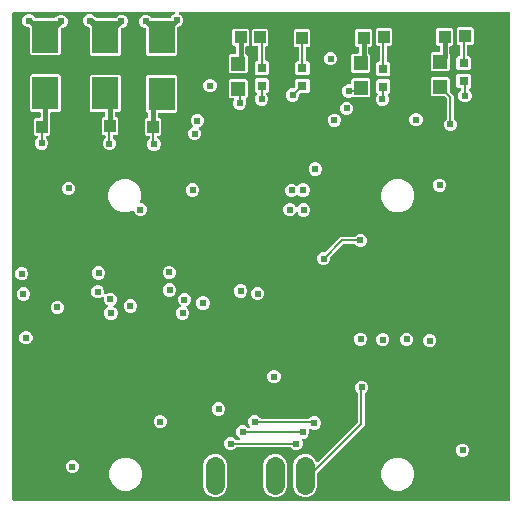
<source format=gbr>
G04 EAGLE Gerber RS-274X export*
G75*
%MOMM*%
%FSLAX34Y34*%
%LPD*%
%INBottom Copper*%
%IPPOS*%
%AMOC8*
5,1,8,0,0,1.08239X$1,22.5*%
G01*
%ADD10C,1.616000*%
%ADD11R,1.000000X1.100000*%
%ADD12R,2.200000X2.800000*%
%ADD13R,1.200000X1.200000*%
%ADD14R,0.800000X0.800000*%
%ADD15C,0.610000*%
%ADD16C,0.200000*%
%ADD17C,0.400000*%

G36*
X424684Y4010D02*
X424684Y4010D01*
X424748Y4009D01*
X424823Y4030D01*
X424899Y4041D01*
X424958Y4067D01*
X425020Y4084D01*
X425086Y4125D01*
X425156Y4157D01*
X425205Y4199D01*
X425260Y4232D01*
X425312Y4290D01*
X425370Y4340D01*
X425406Y4394D01*
X425449Y4442D01*
X425482Y4511D01*
X425525Y4576D01*
X425544Y4638D01*
X425572Y4695D01*
X425583Y4765D01*
X425607Y4846D01*
X425608Y4931D01*
X425619Y5000D01*
X425619Y417000D01*
X425610Y417064D01*
X425611Y417128D01*
X425590Y417203D01*
X425579Y417279D01*
X425553Y417338D01*
X425536Y417400D01*
X425495Y417466D01*
X425463Y417536D01*
X425421Y417585D01*
X425388Y417640D01*
X425330Y417692D01*
X425280Y417750D01*
X425226Y417786D01*
X425178Y417829D01*
X425109Y417862D01*
X425044Y417905D01*
X424982Y417924D01*
X424925Y417952D01*
X424855Y417963D01*
X424774Y417987D01*
X424689Y417988D01*
X424620Y417999D01*
X145545Y417999D01*
X145459Y417987D01*
X145372Y417984D01*
X145320Y417967D01*
X145266Y417959D01*
X145187Y417924D01*
X145104Y417897D01*
X145059Y417866D01*
X145009Y417843D01*
X144943Y417787D01*
X144871Y417738D01*
X144836Y417695D01*
X144794Y417660D01*
X144747Y417587D01*
X144692Y417520D01*
X144670Y417470D01*
X144640Y417424D01*
X144615Y417341D01*
X144580Y417261D01*
X144574Y417207D01*
X144558Y417154D01*
X144556Y417067D01*
X144546Y416981D01*
X144555Y416927D01*
X144554Y416872D01*
X144577Y416788D01*
X144591Y416703D01*
X144614Y416653D01*
X144629Y416600D01*
X144675Y416526D01*
X144712Y416448D01*
X144748Y416407D01*
X144777Y416360D01*
X144842Y416302D01*
X144899Y416237D01*
X144943Y416211D01*
X144987Y416171D01*
X145089Y416122D01*
X145163Y416077D01*
X146254Y415625D01*
X147827Y414052D01*
X148678Y411997D01*
X148678Y409773D01*
X147827Y407718D01*
X146254Y406146D01*
X144196Y405293D01*
X144142Y405285D01*
X144078Y405286D01*
X144003Y405266D01*
X143926Y405255D01*
X143868Y405228D01*
X143806Y405211D01*
X143740Y405170D01*
X143669Y405138D01*
X143620Y405097D01*
X143566Y405063D01*
X143514Y405005D01*
X143455Y404955D01*
X143420Y404901D01*
X143377Y404854D01*
X143343Y404784D01*
X143300Y404719D01*
X143282Y404658D01*
X143254Y404600D01*
X143243Y404530D01*
X143218Y404449D01*
X143217Y404365D01*
X143206Y404295D01*
X143206Y381696D01*
X142034Y380524D01*
X118377Y380524D01*
X117205Y381696D01*
X117205Y403411D01*
X117196Y403475D01*
X117196Y403539D01*
X117176Y403614D01*
X117165Y403690D01*
X117138Y403749D01*
X117121Y403811D01*
X117081Y403877D01*
X117049Y403947D01*
X117007Y403996D01*
X116973Y404051D01*
X116916Y404103D01*
X116865Y404162D01*
X116811Y404197D01*
X116764Y404240D01*
X116694Y404274D01*
X116629Y404316D01*
X116568Y404335D01*
X116510Y404363D01*
X116441Y404374D01*
X116360Y404399D01*
X116275Y404400D01*
X116205Y404411D01*
X115788Y404411D01*
X113734Y405262D01*
X112161Y406834D01*
X111310Y408889D01*
X111310Y411113D01*
X112161Y413168D01*
X113734Y414741D01*
X115788Y415592D01*
X118013Y415592D01*
X120067Y414741D01*
X121640Y413168D01*
X121651Y413143D01*
X121655Y413135D01*
X121658Y413125D01*
X121727Y413013D01*
X121794Y412900D01*
X121801Y412894D01*
X121806Y412886D01*
X121904Y412797D01*
X122000Y412707D01*
X122008Y412703D01*
X122015Y412696D01*
X122134Y412639D01*
X122251Y412579D01*
X122261Y412578D01*
X122269Y412573D01*
X122346Y412562D01*
X122528Y412527D01*
X122552Y412529D01*
X122574Y412526D01*
X137048Y412526D01*
X137057Y412527D01*
X137066Y412526D01*
X137196Y412547D01*
X137327Y412566D01*
X137335Y412570D01*
X137345Y412571D01*
X137464Y412628D01*
X137584Y412682D01*
X137591Y412688D01*
X137600Y412692D01*
X137698Y412780D01*
X137798Y412865D01*
X137803Y412873D01*
X137810Y412880D01*
X137850Y412945D01*
X137953Y413101D01*
X137960Y413124D01*
X137971Y413143D01*
X138347Y414052D01*
X139920Y415625D01*
X141012Y416077D01*
X141086Y416121D01*
X141165Y416157D01*
X141207Y416192D01*
X141254Y416220D01*
X141314Y416284D01*
X141380Y416340D01*
X141410Y416386D01*
X141447Y416426D01*
X141487Y416503D01*
X141534Y416576D01*
X141550Y416629D01*
X141575Y416678D01*
X141591Y416763D01*
X141617Y416846D01*
X141617Y416901D01*
X141627Y416955D01*
X141619Y417041D01*
X141620Y417128D01*
X141606Y417181D01*
X141600Y417235D01*
X141568Y417316D01*
X141545Y417400D01*
X141516Y417446D01*
X141496Y417497D01*
X141442Y417566D01*
X141397Y417640D01*
X141356Y417676D01*
X141322Y417720D01*
X141252Y417771D01*
X141188Y417829D01*
X141138Y417853D01*
X141094Y417885D01*
X141012Y417914D01*
X140934Y417952D01*
X140883Y417960D01*
X140828Y417979D01*
X140714Y417986D01*
X140629Y417999D01*
X70780Y417999D01*
X70694Y417987D01*
X70607Y417984D01*
X70555Y417967D01*
X70501Y417959D01*
X70421Y417924D01*
X70339Y417897D01*
X70294Y417866D01*
X70244Y417843D01*
X70178Y417787D01*
X70106Y417738D01*
X70071Y417696D01*
X70029Y417660D01*
X69982Y417587D01*
X69927Y417520D01*
X69905Y417470D01*
X69875Y417424D01*
X69849Y417341D01*
X69815Y417261D01*
X69808Y417207D01*
X69792Y417154D01*
X69791Y417067D01*
X69781Y416981D01*
X69789Y416927D01*
X69789Y416872D01*
X69812Y416788D01*
X69826Y416703D01*
X69849Y416653D01*
X69864Y416600D01*
X69910Y416526D01*
X69947Y416448D01*
X69983Y416407D01*
X70012Y416360D01*
X70076Y416302D01*
X70134Y416237D01*
X70178Y416211D01*
X70221Y416171D01*
X70324Y416122D01*
X70397Y416077D01*
X72556Y415183D01*
X74129Y413610D01*
X74188Y413467D01*
X74193Y413459D01*
X74195Y413450D01*
X74265Y413337D01*
X74331Y413224D01*
X74338Y413218D01*
X74343Y413210D01*
X74441Y413121D01*
X74537Y413031D01*
X74546Y413027D01*
X74553Y413021D01*
X74671Y412963D01*
X74789Y412904D01*
X74798Y412902D01*
X74806Y412898D01*
X74882Y412886D01*
X75066Y412851D01*
X75090Y412853D01*
X75111Y412850D01*
X90546Y412850D01*
X90641Y412864D01*
X90737Y412869D01*
X90780Y412884D01*
X90825Y412890D01*
X90913Y412929D01*
X91004Y412961D01*
X91038Y412986D01*
X91082Y413006D01*
X91179Y413089D01*
X91253Y413143D01*
X92961Y414851D01*
X95016Y415702D01*
X97240Y415702D01*
X99295Y414851D01*
X100868Y413279D01*
X101719Y411224D01*
X101719Y409000D01*
X100868Y406945D01*
X99295Y405372D01*
X97240Y404521D01*
X96739Y404521D01*
X96676Y404512D01*
X96611Y404513D01*
X96537Y404492D01*
X96460Y404481D01*
X96402Y404455D01*
X96340Y404438D01*
X96274Y404397D01*
X96203Y404365D01*
X96154Y404323D01*
X96100Y404289D01*
X96048Y404232D01*
X95989Y404182D01*
X95954Y404128D01*
X95911Y404080D01*
X95877Y404011D01*
X95834Y403946D01*
X95816Y403884D01*
X95788Y403826D01*
X95777Y403757D01*
X95752Y403676D01*
X95751Y403591D01*
X95740Y403522D01*
X95740Y382021D01*
X94568Y380849D01*
X70910Y380849D01*
X69739Y382021D01*
X69739Y403778D01*
X69725Y403874D01*
X69720Y403970D01*
X69705Y404013D01*
X69699Y404058D01*
X69659Y404145D01*
X69627Y404236D01*
X69602Y404270D01*
X69582Y404314D01*
X69499Y404412D01*
X69446Y404485D01*
X69371Y404560D01*
X69294Y404618D01*
X69223Y404682D01*
X69182Y404702D01*
X69145Y404729D01*
X69055Y404763D01*
X68969Y404805D01*
X68927Y404811D01*
X68881Y404829D01*
X68754Y404839D01*
X68664Y404852D01*
X68277Y404852D01*
X66222Y405704D01*
X64649Y407276D01*
X63798Y409331D01*
X63798Y411555D01*
X64649Y413610D01*
X66222Y415183D01*
X68381Y416077D01*
X68455Y416121D01*
X68534Y416157D01*
X68576Y416192D01*
X68623Y416220D01*
X68683Y416284D01*
X68749Y416340D01*
X68779Y416386D01*
X68816Y416426D01*
X68855Y416503D01*
X68903Y416576D01*
X68919Y416629D01*
X68944Y416678D01*
X68960Y416763D01*
X68985Y416846D01*
X68986Y416901D01*
X68996Y416955D01*
X68988Y417041D01*
X68989Y417128D01*
X68975Y417181D01*
X68969Y417235D01*
X68937Y417316D01*
X68914Y417400D01*
X68885Y417446D01*
X68865Y417497D01*
X68811Y417566D01*
X68766Y417640D01*
X68725Y417676D01*
X68691Y417720D01*
X68621Y417771D01*
X68557Y417829D01*
X68507Y417853D01*
X68463Y417885D01*
X68381Y417914D01*
X68303Y417952D01*
X68252Y417960D01*
X68197Y417979D01*
X68083Y417986D01*
X67998Y417999D01*
X5000Y417999D01*
X4936Y417990D01*
X4872Y417991D01*
X4797Y417970D01*
X4721Y417959D01*
X4662Y417933D01*
X4600Y417916D01*
X4534Y417875D01*
X4464Y417843D01*
X4415Y417801D01*
X4360Y417768D01*
X4308Y417710D01*
X4250Y417660D01*
X4214Y417606D01*
X4171Y417558D01*
X4138Y417489D01*
X4095Y417424D01*
X4076Y417362D01*
X4048Y417305D01*
X4037Y417235D01*
X4013Y417154D01*
X4012Y417069D01*
X4001Y417000D01*
X4001Y5000D01*
X4010Y4936D01*
X4009Y4872D01*
X4030Y4797D01*
X4041Y4721D01*
X4067Y4662D01*
X4084Y4600D01*
X4125Y4534D01*
X4157Y4464D01*
X4199Y4415D01*
X4232Y4360D01*
X4290Y4308D01*
X4340Y4250D01*
X4394Y4214D01*
X4442Y4171D01*
X4511Y4138D01*
X4576Y4095D01*
X4638Y4076D01*
X4695Y4048D01*
X4765Y4037D01*
X4846Y4013D01*
X4931Y4012D01*
X5000Y4001D01*
X424620Y4001D01*
X424684Y4010D01*
G37*
%LPC*%
G36*
X187509Y46883D02*
X187509Y46883D01*
X185454Y47734D01*
X183881Y49306D01*
X183030Y51361D01*
X183030Y53585D01*
X183881Y55640D01*
X185454Y57213D01*
X187509Y58064D01*
X189733Y58064D01*
X191788Y57213D01*
X193234Y55767D01*
X193311Y55709D01*
X193382Y55645D01*
X193423Y55625D01*
X193460Y55597D01*
X193550Y55564D01*
X193636Y55522D01*
X193678Y55515D01*
X193724Y55498D01*
X193851Y55488D01*
X193941Y55474D01*
X195845Y55474D01*
X195930Y55486D01*
X196017Y55489D01*
X196070Y55506D01*
X196124Y55514D01*
X196203Y55550D01*
X196285Y55577D01*
X196331Y55608D01*
X196381Y55630D01*
X196447Y55686D01*
X196518Y55735D01*
X196553Y55778D01*
X196595Y55814D01*
X196643Y55886D01*
X196698Y55953D01*
X196719Y56004D01*
X196750Y56049D01*
X196775Y56132D01*
X196809Y56212D01*
X196816Y56267D01*
X196832Y56319D01*
X196833Y56406D01*
X196844Y56492D01*
X196835Y56546D01*
X196836Y56601D01*
X196813Y56685D01*
X196799Y56771D01*
X196775Y56820D01*
X196760Y56873D01*
X196715Y56947D01*
X196678Y57025D01*
X196641Y57066D01*
X196612Y57113D01*
X196548Y57171D01*
X196490Y57236D01*
X196447Y57263D01*
X196403Y57302D01*
X196301Y57352D01*
X196227Y57397D01*
X195767Y57587D01*
X194195Y59159D01*
X193344Y61214D01*
X193344Y63438D01*
X194195Y65493D01*
X195767Y67066D01*
X197822Y67917D01*
X200046Y67917D01*
X202101Y67066D01*
X203548Y65620D01*
X203624Y65562D01*
X203696Y65498D01*
X203737Y65478D01*
X203773Y65451D01*
X203863Y65417D01*
X203949Y65375D01*
X203992Y65368D01*
X204037Y65351D01*
X204165Y65341D01*
X204254Y65327D01*
X204435Y65327D01*
X204467Y65332D01*
X204499Y65329D01*
X204606Y65352D01*
X204714Y65367D01*
X204743Y65380D01*
X204775Y65387D01*
X204871Y65438D01*
X204971Y65483D01*
X204995Y65504D01*
X205024Y65519D01*
X205102Y65596D01*
X205185Y65667D01*
X205203Y65694D01*
X205226Y65716D01*
X205280Y65811D01*
X205340Y65903D01*
X205349Y65933D01*
X205365Y65961D01*
X205390Y66068D01*
X205422Y66172D01*
X205422Y66204D01*
X205430Y66236D01*
X205424Y66345D01*
X205426Y66454D01*
X205417Y66485D01*
X205415Y66518D01*
X205380Y66621D01*
X205350Y66726D01*
X205333Y66754D01*
X205323Y66784D01*
X205270Y66857D01*
X205202Y66966D01*
X205166Y66999D01*
X205141Y67033D01*
X204256Y67919D01*
X203404Y69973D01*
X203404Y72198D01*
X204256Y74252D01*
X205828Y75825D01*
X207883Y76676D01*
X210107Y76676D01*
X212162Y75825D01*
X213735Y74252D01*
X213807Y74079D01*
X213812Y74070D01*
X213814Y74061D01*
X213883Y73949D01*
X213950Y73836D01*
X213957Y73829D01*
X213962Y73821D01*
X214060Y73733D01*
X214156Y73643D01*
X214165Y73639D01*
X214172Y73632D01*
X214290Y73575D01*
X214408Y73515D01*
X214417Y73513D01*
X214425Y73509D01*
X214501Y73497D01*
X214685Y73463D01*
X214709Y73465D01*
X214730Y73462D01*
X254820Y73462D01*
X254915Y73475D01*
X255011Y73480D01*
X255054Y73495D01*
X255099Y73501D01*
X255187Y73541D01*
X255278Y73573D01*
X255312Y73598D01*
X255356Y73618D01*
X255454Y73701D01*
X255527Y73754D01*
X256339Y74566D01*
X258394Y75418D01*
X260618Y75418D01*
X262673Y74566D01*
X264245Y72994D01*
X265096Y70939D01*
X265096Y68715D01*
X264245Y66660D01*
X262673Y65087D01*
X260618Y64236D01*
X258394Y64236D01*
X256524Y65011D01*
X256493Y65019D01*
X256464Y65033D01*
X256356Y65054D01*
X256251Y65081D01*
X256218Y65080D01*
X256187Y65086D01*
X256078Y65075D01*
X255969Y65072D01*
X255938Y65062D01*
X255906Y65059D01*
X255805Y65018D01*
X255701Y64984D01*
X255674Y64966D01*
X255644Y64954D01*
X255558Y64887D01*
X255468Y64825D01*
X255447Y64800D01*
X255422Y64781D01*
X255358Y64692D01*
X255288Y64608D01*
X255275Y64578D01*
X255257Y64552D01*
X255220Y64449D01*
X255177Y64349D01*
X255173Y64317D01*
X255162Y64286D01*
X255156Y64177D01*
X255142Y64069D01*
X255147Y64037D01*
X255146Y64005D01*
X255167Y63916D01*
X255187Y63790D01*
X255208Y63746D01*
X255218Y63705D01*
X255423Y63209D01*
X255423Y60985D01*
X254572Y58930D01*
X253000Y57358D01*
X250945Y56507D01*
X250043Y56507D01*
X249926Y56490D01*
X249808Y56478D01*
X249786Y56470D01*
X249764Y56467D01*
X249656Y56418D01*
X249546Y56374D01*
X249528Y56360D01*
X249507Y56351D01*
X249417Y56273D01*
X249323Y56200D01*
X249310Y56182D01*
X249293Y56167D01*
X249228Y56068D01*
X249158Y55972D01*
X249151Y55950D01*
X249138Y55931D01*
X249104Y55818D01*
X249064Y55706D01*
X249063Y55683D01*
X249056Y55661D01*
X249054Y55543D01*
X249047Y55425D01*
X249052Y55403D01*
X249052Y55379D01*
X249102Y55200D01*
X249120Y55125D01*
X249758Y53585D01*
X249758Y51361D01*
X248906Y49306D01*
X247334Y47734D01*
X245279Y46883D01*
X243055Y46883D01*
X241000Y47734D01*
X239554Y49180D01*
X239477Y49238D01*
X239406Y49302D01*
X239365Y49322D01*
X239328Y49349D01*
X239238Y49383D01*
X239152Y49425D01*
X239110Y49432D01*
X239064Y49449D01*
X238937Y49459D01*
X238847Y49473D01*
X193941Y49473D01*
X193846Y49459D01*
X193749Y49454D01*
X193706Y49439D01*
X193661Y49433D01*
X193574Y49393D01*
X193483Y49362D01*
X193449Y49337D01*
X193404Y49317D01*
X193307Y49233D01*
X193234Y49180D01*
X191788Y47734D01*
X189733Y46883D01*
X187509Y46883D01*
G37*
%LPD*%
%LPC*%
G36*
X249889Y7239D02*
X249889Y7239D01*
X246184Y8774D01*
X243348Y11610D01*
X241813Y15315D01*
X241813Y35485D01*
X243348Y39190D01*
X246184Y42026D01*
X249889Y43561D01*
X253899Y43561D01*
X257604Y42026D01*
X260440Y39190D01*
X261373Y36937D01*
X261434Y36835D01*
X261489Y36730D01*
X261505Y36714D01*
X261517Y36694D01*
X261603Y36613D01*
X261686Y36528D01*
X261706Y36517D01*
X261723Y36501D01*
X261828Y36448D01*
X261932Y36389D01*
X261954Y36384D01*
X261974Y36373D01*
X262091Y36351D01*
X262206Y36324D01*
X262229Y36325D01*
X262251Y36321D01*
X262369Y36332D01*
X262488Y36338D01*
X262509Y36346D01*
X262532Y36348D01*
X262642Y36392D01*
X262754Y36431D01*
X262772Y36444D01*
X262794Y36453D01*
X262941Y36567D01*
X263003Y36613D01*
X295978Y69588D01*
X296036Y69665D01*
X296100Y69736D01*
X296120Y69777D01*
X296148Y69813D01*
X296182Y69904D01*
X296223Y69990D01*
X296230Y70032D01*
X296247Y70077D01*
X296257Y70205D01*
X296271Y70294D01*
X296271Y95122D01*
X296258Y95217D01*
X296253Y95313D01*
X296238Y95356D01*
X296231Y95401D01*
X296192Y95488D01*
X296160Y95579D01*
X296135Y95614D01*
X296115Y95658D01*
X296032Y95755D01*
X295978Y95828D01*
X295049Y96757D01*
X294198Y98812D01*
X294198Y101036D01*
X295049Y103091D01*
X296622Y104664D01*
X298677Y105515D01*
X300901Y105515D01*
X302956Y104664D01*
X304528Y103091D01*
X305380Y101036D01*
X305380Y98812D01*
X304528Y96757D01*
X302956Y95185D01*
X302889Y95157D01*
X302881Y95152D01*
X302872Y95150D01*
X302760Y95080D01*
X302647Y95014D01*
X302640Y95007D01*
X302632Y95002D01*
X302544Y94904D01*
X302454Y94808D01*
X302449Y94799D01*
X302443Y94792D01*
X302385Y94674D01*
X302326Y94556D01*
X302324Y94547D01*
X302320Y94539D01*
X302308Y94462D01*
X302274Y94279D01*
X302276Y94255D01*
X302273Y94234D01*
X302273Y67395D01*
X262267Y27390D01*
X262210Y27313D01*
X262145Y27241D01*
X262125Y27200D01*
X262098Y27164D01*
X262064Y27074D01*
X262022Y26988D01*
X262016Y26946D01*
X261999Y26900D01*
X261989Y26772D01*
X261975Y26683D01*
X261975Y15315D01*
X260440Y11610D01*
X257604Y8774D01*
X253899Y7239D01*
X249889Y7239D01*
G37*
%LPD*%
%LPC*%
G36*
X122649Y300542D02*
X122649Y300542D01*
X120594Y301393D01*
X119021Y302966D01*
X118170Y305021D01*
X118170Y307245D01*
X119021Y309300D01*
X119878Y310156D01*
X119936Y310233D01*
X120000Y310304D01*
X120020Y310345D01*
X120047Y310382D01*
X120081Y310472D01*
X120123Y310558D01*
X120130Y310600D01*
X120147Y310645D01*
X120157Y310773D01*
X120171Y310863D01*
X120171Y312010D01*
X120161Y312074D01*
X120162Y312138D01*
X120142Y312213D01*
X120131Y312290D01*
X120104Y312348D01*
X120087Y312410D01*
X120046Y312476D01*
X120014Y312546D01*
X119973Y312595D01*
X119939Y312650D01*
X119881Y312702D01*
X119831Y312761D01*
X119777Y312796D01*
X119730Y312839D01*
X119660Y312873D01*
X119595Y312915D01*
X119534Y312934D01*
X119476Y312962D01*
X119406Y312973D01*
X119325Y312998D01*
X119241Y312999D01*
X119171Y313010D01*
X117342Y313010D01*
X116171Y314182D01*
X116171Y326839D01*
X117342Y328011D01*
X118171Y328011D01*
X118235Y328020D01*
X118299Y328019D01*
X118374Y328040D01*
X118450Y328051D01*
X118509Y328077D01*
X118571Y328094D01*
X118637Y328135D01*
X118707Y328167D01*
X118756Y328209D01*
X118811Y328243D01*
X118863Y328300D01*
X118922Y328350D01*
X118957Y328404D01*
X119000Y328452D01*
X119034Y328522D01*
X119076Y328586D01*
X119095Y328648D01*
X119123Y328706D01*
X119134Y328775D01*
X119159Y328856D01*
X119160Y328941D01*
X119171Y329010D01*
X119171Y331525D01*
X119161Y331589D01*
X119162Y331653D01*
X119142Y331728D01*
X119131Y331804D01*
X119104Y331863D01*
X119087Y331925D01*
X119046Y331991D01*
X119014Y332061D01*
X118973Y332110D01*
X118939Y332165D01*
X118881Y332217D01*
X118831Y332276D01*
X118777Y332311D01*
X118730Y332354D01*
X118660Y332388D01*
X118595Y332430D01*
X118534Y332449D01*
X118476Y332477D01*
X118415Y332486D01*
X117205Y333696D01*
X117205Y363354D01*
X118377Y364526D01*
X142034Y364526D01*
X143206Y363354D01*
X143206Y333696D01*
X142034Y332524D01*
X128171Y332524D01*
X128108Y332515D01*
X128043Y332516D01*
X127969Y332496D01*
X127892Y332485D01*
X127834Y332458D01*
X127772Y332441D01*
X127706Y332400D01*
X127635Y332368D01*
X127586Y332327D01*
X127532Y332293D01*
X127480Y332235D01*
X127421Y332185D01*
X127386Y332131D01*
X127343Y332084D01*
X127309Y332014D01*
X127266Y331949D01*
X127248Y331888D01*
X127220Y331830D01*
X127209Y331760D01*
X127184Y331679D01*
X127183Y331595D01*
X127172Y331525D01*
X127172Y329010D01*
X127181Y328947D01*
X127180Y328882D01*
X127201Y328808D01*
X127212Y328731D01*
X127238Y328673D01*
X127255Y328611D01*
X127296Y328545D01*
X127328Y328474D01*
X127370Y328425D01*
X127404Y328371D01*
X127461Y328319D01*
X127511Y328260D01*
X127565Y328225D01*
X127613Y328182D01*
X127682Y328148D01*
X127747Y328105D01*
X127809Y328087D01*
X127867Y328059D01*
X127936Y328048D01*
X128017Y328023D01*
X128102Y328022D01*
X128171Y328011D01*
X129000Y328011D01*
X130172Y326839D01*
X130172Y314182D01*
X129000Y313010D01*
X127171Y313010D01*
X127108Y313000D01*
X127043Y313001D01*
X126969Y312981D01*
X126892Y312970D01*
X126834Y312943D01*
X126772Y312926D01*
X126706Y312885D01*
X126635Y312854D01*
X126586Y312812D01*
X126532Y312778D01*
X126480Y312720D01*
X126421Y312670D01*
X126386Y312616D01*
X126343Y312569D01*
X126309Y312499D01*
X126266Y312434D01*
X126248Y312373D01*
X126220Y312315D01*
X126209Y312245D01*
X126184Y312164D01*
X126183Y312080D01*
X126172Y312010D01*
X126172Y311853D01*
X126173Y311844D01*
X126172Y311834D01*
X126193Y311703D01*
X126212Y311574D01*
X126216Y311565D01*
X126217Y311556D01*
X126274Y311436D01*
X126328Y311317D01*
X126334Y311310D01*
X126338Y311301D01*
X126426Y311203D01*
X126511Y311103D01*
X126519Y311097D01*
X126526Y311090D01*
X126591Y311050D01*
X126747Y310948D01*
X126770Y310941D01*
X126789Y310930D01*
X126928Y310872D01*
X128501Y309300D01*
X129352Y307245D01*
X129352Y305021D01*
X128501Y302966D01*
X126928Y301393D01*
X124873Y300542D01*
X122649Y300542D01*
G37*
%LPD*%
%LPC*%
G36*
X84833Y300771D02*
X84833Y300771D01*
X82778Y301622D01*
X81206Y303195D01*
X80354Y305250D01*
X80354Y307474D01*
X81206Y309529D01*
X82652Y310975D01*
X82709Y311052D01*
X82774Y311123D01*
X82794Y311164D01*
X82821Y311201D01*
X82855Y311291D01*
X82897Y311377D01*
X82903Y311419D01*
X82921Y311464D01*
X82930Y311592D01*
X82944Y311682D01*
X82944Y312633D01*
X82935Y312697D01*
X82936Y312761D01*
X82916Y312836D01*
X82905Y312913D01*
X82878Y312971D01*
X82861Y313033D01*
X82820Y313099D01*
X82788Y313170D01*
X82747Y313218D01*
X82713Y313273D01*
X82655Y313325D01*
X82605Y313384D01*
X82551Y313419D01*
X82504Y313462D01*
X82434Y313496D01*
X82369Y313538D01*
X82308Y313557D01*
X82250Y313585D01*
X82180Y313596D01*
X82099Y313621D01*
X82015Y313622D01*
X81945Y313633D01*
X80764Y313633D01*
X79592Y314805D01*
X79592Y327462D01*
X80764Y328634D01*
X81593Y328634D01*
X81656Y328643D01*
X81721Y328642D01*
X81795Y328663D01*
X81872Y328674D01*
X81930Y328700D01*
X81992Y328718D01*
X82058Y328758D01*
X82129Y328790D01*
X82178Y328832D01*
X82232Y328866D01*
X82284Y328923D01*
X82343Y328974D01*
X82378Y329027D01*
X82421Y329075D01*
X82455Y329145D01*
X82498Y329210D01*
X82516Y329271D01*
X82544Y329329D01*
X82555Y329398D01*
X82580Y329479D01*
X82581Y329564D01*
X82592Y329633D01*
X82592Y331849D01*
X82583Y331913D01*
X82584Y331977D01*
X82563Y332052D01*
X82552Y332129D01*
X82526Y332187D01*
X82509Y332249D01*
X82468Y332315D01*
X82436Y332386D01*
X82394Y332434D01*
X82360Y332489D01*
X82303Y332541D01*
X82253Y332600D01*
X82199Y332635D01*
X82151Y332678D01*
X82081Y332712D01*
X82017Y332754D01*
X81955Y332773D01*
X81897Y332801D01*
X81828Y332812D01*
X81747Y332837D01*
X81662Y332838D01*
X81593Y332849D01*
X70910Y332849D01*
X69739Y334021D01*
X69739Y363678D01*
X70910Y364850D01*
X94568Y364850D01*
X95740Y363678D01*
X95740Y334021D01*
X94568Y332849D01*
X91593Y332849D01*
X91529Y332840D01*
X91465Y332840D01*
X91390Y332820D01*
X91313Y332809D01*
X91255Y332782D01*
X91193Y332765D01*
X91127Y332724D01*
X91057Y332693D01*
X91008Y332651D01*
X90953Y332617D01*
X90901Y332560D01*
X90842Y332509D01*
X90807Y332455D01*
X90764Y332408D01*
X90730Y332338D01*
X90688Y332273D01*
X90669Y332212D01*
X90641Y332154D01*
X90630Y332085D01*
X90605Y332004D01*
X90604Y331919D01*
X90593Y331849D01*
X90593Y329633D01*
X90602Y329570D01*
X90602Y329506D01*
X90622Y329431D01*
X90633Y329354D01*
X90660Y329296D01*
X90677Y329234D01*
X90718Y329168D01*
X90749Y329097D01*
X90791Y329049D01*
X90825Y328994D01*
X90882Y328942D01*
X90933Y328883D01*
X90987Y328848D01*
X91034Y328805D01*
X91104Y328771D01*
X91169Y328729D01*
X91230Y328710D01*
X91288Y328682D01*
X91357Y328671D01*
X91439Y328646D01*
X91523Y328645D01*
X91593Y328634D01*
X92421Y328634D01*
X93593Y327462D01*
X93593Y314805D01*
X92421Y313633D01*
X89945Y313633D01*
X89882Y313624D01*
X89817Y313625D01*
X89743Y313604D01*
X89666Y313593D01*
X89607Y313566D01*
X89545Y313549D01*
X89479Y313509D01*
X89409Y313477D01*
X89360Y313435D01*
X89305Y313401D01*
X89254Y313344D01*
X89195Y313293D01*
X89159Y313240D01*
X89116Y313192D01*
X89083Y313122D01*
X89040Y313057D01*
X89021Y312996D01*
X88993Y312938D01*
X88983Y312869D01*
X88958Y312788D01*
X88957Y312703D01*
X88946Y312633D01*
X88946Y311682D01*
X88959Y311586D01*
X88964Y311490D01*
X88979Y311447D01*
X88986Y311402D01*
X89025Y311315D01*
X89057Y311224D01*
X89082Y311190D01*
X89102Y311145D01*
X89185Y311048D01*
X89239Y310975D01*
X90685Y309529D01*
X91536Y307474D01*
X91536Y305250D01*
X90685Y303195D01*
X89112Y301622D01*
X87057Y300771D01*
X84833Y300771D01*
G37*
%LPD*%
%LPC*%
G36*
X27792Y301340D02*
X27792Y301340D01*
X25737Y302191D01*
X24165Y303764D01*
X23313Y305818D01*
X23313Y308043D01*
X24165Y310097D01*
X25524Y311456D01*
X25543Y311482D01*
X25567Y311503D01*
X25627Y311595D01*
X25693Y311682D01*
X25704Y311712D01*
X25722Y311739D01*
X25754Y311844D01*
X25792Y311946D01*
X25795Y311978D01*
X25804Y312009D01*
X25806Y312118D01*
X25814Y312227D01*
X25808Y312259D01*
X25808Y312291D01*
X25779Y312396D01*
X25757Y312503D01*
X25741Y312532D01*
X25733Y312563D01*
X25675Y312656D01*
X25624Y312752D01*
X25602Y312775D01*
X25585Y312803D01*
X25504Y312876D01*
X25427Y312954D01*
X25399Y312970D01*
X25375Y312992D01*
X25277Y313039D01*
X25182Y313093D01*
X25151Y313101D01*
X25122Y313115D01*
X25032Y313129D01*
X24908Y313158D01*
X24859Y313156D01*
X24817Y313162D01*
X23365Y313162D01*
X22193Y314334D01*
X22193Y326992D01*
X23365Y328164D01*
X26957Y328164D01*
X27020Y328173D01*
X27085Y328172D01*
X27159Y328193D01*
X27236Y328204D01*
X27295Y328230D01*
X27357Y328247D01*
X27423Y328288D01*
X27493Y328320D01*
X27542Y328362D01*
X27597Y328395D01*
X27648Y328453D01*
X27707Y328503D01*
X27743Y328557D01*
X27786Y328605D01*
X27819Y328674D01*
X27862Y328739D01*
X27881Y328801D01*
X27909Y328858D01*
X27919Y328928D01*
X27944Y329009D01*
X27945Y329094D01*
X27956Y329163D01*
X27956Y332056D01*
X27947Y332120D01*
X27948Y332184D01*
X27927Y332259D01*
X27916Y332335D01*
X27890Y332394D01*
X27873Y332456D01*
X27832Y332522D01*
X27800Y332592D01*
X27758Y332641D01*
X27725Y332696D01*
X27667Y332748D01*
X27617Y332807D01*
X27563Y332842D01*
X27515Y332885D01*
X27446Y332919D01*
X27381Y332961D01*
X27319Y332980D01*
X27261Y333008D01*
X27192Y333019D01*
X27111Y333043D01*
X27026Y333045D01*
X26957Y333055D01*
X20128Y333055D01*
X18956Y334227D01*
X18956Y363885D01*
X20128Y365057D01*
X43786Y365057D01*
X44958Y363885D01*
X44958Y334227D01*
X43786Y333055D01*
X36957Y333055D01*
X36893Y333046D01*
X36829Y333047D01*
X36754Y333027D01*
X36678Y333016D01*
X36619Y332989D01*
X36557Y332972D01*
X36491Y332931D01*
X36421Y332899D01*
X36372Y332858D01*
X36317Y332824D01*
X36265Y332766D01*
X36206Y332716D01*
X36171Y332662D01*
X36128Y332615D01*
X36094Y332545D01*
X36052Y332480D01*
X36033Y332419D01*
X36005Y332361D01*
X35994Y332291D01*
X35970Y332210D01*
X35968Y332126D01*
X35958Y332056D01*
X35958Y327642D01*
X35971Y327547D01*
X35976Y327451D01*
X35991Y327408D01*
X35997Y327363D01*
X36037Y327276D01*
X36069Y327185D01*
X36094Y327150D01*
X36114Y327106D01*
X36194Y327012D01*
X36194Y314334D01*
X35022Y313162D01*
X32991Y313162D01*
X32959Y313158D01*
X32927Y313160D01*
X32820Y313138D01*
X32712Y313122D01*
X32683Y313109D01*
X32651Y313103D01*
X32555Y313051D01*
X32455Y313006D01*
X32431Y312985D01*
X32402Y312970D01*
X32324Y312894D01*
X32241Y312823D01*
X32223Y312796D01*
X32200Y312773D01*
X32146Y312678D01*
X32086Y312587D01*
X32077Y312556D01*
X32061Y312528D01*
X32036Y312422D01*
X32004Y312317D01*
X32004Y312285D01*
X31996Y312254D01*
X32002Y312144D01*
X32000Y312035D01*
X32009Y312004D01*
X32010Y311972D01*
X32046Y311869D01*
X32075Y311763D01*
X32092Y311736D01*
X32103Y311705D01*
X32156Y311632D01*
X32224Y311523D01*
X32260Y311491D01*
X32285Y311456D01*
X33644Y310097D01*
X34495Y308043D01*
X34495Y305818D01*
X33644Y303764D01*
X32071Y302191D01*
X30016Y301340D01*
X27792Y301340D01*
G37*
%LPD*%
%LPC*%
G36*
X20128Y381055D02*
X20128Y381055D01*
X18956Y382227D01*
X18956Y403743D01*
X18948Y403803D01*
X18948Y403829D01*
X18947Y403831D01*
X18948Y403871D01*
X18927Y403945D01*
X18916Y404022D01*
X18890Y404080D01*
X18873Y404142D01*
X18832Y404208D01*
X18800Y404279D01*
X18758Y404328D01*
X18725Y404382D01*
X18667Y404434D01*
X18617Y404493D01*
X18563Y404528D01*
X18515Y404571D01*
X18446Y404605D01*
X18381Y404648D01*
X18319Y404666D01*
X18261Y404694D01*
X18192Y404705D01*
X18111Y404730D01*
X18026Y404731D01*
X17957Y404742D01*
X16898Y404742D01*
X14843Y405593D01*
X13271Y407166D01*
X12419Y409221D01*
X12419Y411445D01*
X13271Y413500D01*
X14843Y415072D01*
X16898Y415923D01*
X19122Y415923D01*
X21177Y415072D01*
X22890Y413359D01*
X22928Y413331D01*
X22930Y413329D01*
X23026Y413239D01*
X23035Y413234D01*
X23042Y413227D01*
X23108Y413196D01*
X23116Y413190D01*
X23136Y413182D01*
X23160Y413170D01*
X23277Y413111D01*
X23287Y413109D01*
X23296Y413104D01*
X23374Y413092D01*
X23375Y413092D01*
X23380Y413090D01*
X23388Y413090D01*
X23554Y413058D01*
X23579Y413060D01*
X23601Y413057D01*
X39926Y413057D01*
X40022Y413070D01*
X40118Y413075D01*
X40161Y413090D01*
X40206Y413097D01*
X40293Y413136D01*
X40384Y413168D01*
X40418Y413193D01*
X40463Y413213D01*
X40560Y413296D01*
X40633Y413350D01*
X41914Y414630D01*
X43969Y415482D01*
X46193Y415482D01*
X48248Y414630D01*
X49820Y413058D01*
X50671Y411003D01*
X50671Y408779D01*
X49820Y406724D01*
X48248Y405151D01*
X46193Y404300D01*
X45957Y404300D01*
X45893Y404291D01*
X45829Y404292D01*
X45754Y404271D01*
X45678Y404260D01*
X45619Y404234D01*
X45557Y404217D01*
X45491Y404176D01*
X45421Y404144D01*
X45372Y404102D01*
X45317Y404068D01*
X45265Y404011D01*
X45206Y403961D01*
X45171Y403907D01*
X45128Y403859D01*
X45094Y403790D01*
X45052Y403725D01*
X45033Y403663D01*
X45005Y403605D01*
X44994Y403536D01*
X44970Y403455D01*
X44968Y403370D01*
X44958Y403301D01*
X44958Y382227D01*
X43786Y381055D01*
X20128Y381055D01*
G37*
%LPD*%
%LPC*%
G36*
X111237Y244849D02*
X111237Y244849D01*
X109182Y245700D01*
X107609Y247272D01*
X106832Y249149D01*
X106799Y249204D01*
X106775Y249264D01*
X106728Y249325D01*
X106688Y249391D01*
X106642Y249435D01*
X106602Y249486D01*
X106539Y249531D01*
X106483Y249584D01*
X106425Y249613D01*
X106373Y249651D01*
X106300Y249677D01*
X106231Y249712D01*
X106168Y249724D01*
X106108Y249745D01*
X106030Y249750D01*
X105954Y249764D01*
X105890Y249758D01*
X105826Y249762D01*
X105758Y249745D01*
X105673Y249737D01*
X105595Y249706D01*
X105526Y249689D01*
X101905Y248189D01*
X96335Y248189D01*
X91189Y250321D01*
X87251Y254259D01*
X85119Y259405D01*
X85119Y264975D01*
X87251Y270121D01*
X91189Y274059D01*
X96335Y276191D01*
X101905Y276191D01*
X107051Y274059D01*
X110989Y270121D01*
X113121Y264975D01*
X113121Y259405D01*
X112295Y257412D01*
X112266Y257297D01*
X112231Y257183D01*
X112231Y257161D01*
X112225Y257139D01*
X112229Y257020D01*
X112227Y256901D01*
X112233Y256879D01*
X112234Y256857D01*
X112271Y256744D01*
X112302Y256630D01*
X112314Y256610D01*
X112321Y256589D01*
X112388Y256491D01*
X112451Y256390D01*
X112467Y256374D01*
X112480Y256356D01*
X112572Y256280D01*
X112660Y256201D01*
X112680Y256191D01*
X112698Y256176D01*
X112807Y256129D01*
X112914Y256078D01*
X112935Y256074D01*
X112957Y256065D01*
X113142Y256042D01*
X113218Y256030D01*
X113461Y256030D01*
X115516Y255179D01*
X117088Y253606D01*
X117939Y251551D01*
X117939Y249327D01*
X117088Y247272D01*
X115516Y245700D01*
X113461Y244849D01*
X111237Y244849D01*
G37*
%LPD*%
%LPC*%
G36*
X173689Y7239D02*
X173689Y7239D01*
X169984Y8774D01*
X167148Y11610D01*
X165613Y15315D01*
X165613Y35485D01*
X167148Y39190D01*
X169984Y42026D01*
X173689Y43561D01*
X177699Y43561D01*
X181404Y42026D01*
X184240Y39190D01*
X185775Y35485D01*
X185775Y15315D01*
X184240Y11610D01*
X181404Y8774D01*
X177699Y7239D01*
X173689Y7239D01*
G37*
%LPD*%
%LPC*%
G36*
X224489Y7239D02*
X224489Y7239D01*
X220784Y8774D01*
X217948Y11610D01*
X216413Y15315D01*
X216413Y35485D01*
X217948Y39190D01*
X220784Y42026D01*
X224489Y43561D01*
X228499Y43561D01*
X232204Y42026D01*
X235040Y39190D01*
X236575Y35485D01*
X236575Y15315D01*
X235040Y11610D01*
X232204Y8774D01*
X228499Y7239D01*
X224489Y7239D01*
G37*
%LPD*%
%LPC*%
G36*
X327335Y12589D02*
X327335Y12589D01*
X322189Y14721D01*
X318251Y18659D01*
X316119Y23805D01*
X316119Y29375D01*
X318251Y34521D01*
X322189Y38459D01*
X327335Y40591D01*
X332905Y40591D01*
X338051Y38459D01*
X341989Y34521D01*
X344121Y29375D01*
X344121Y23805D01*
X341989Y18659D01*
X338051Y14721D01*
X332905Y12589D01*
X327335Y12589D01*
G37*
%LPD*%
%LPC*%
G36*
X327335Y248189D02*
X327335Y248189D01*
X322189Y250321D01*
X318251Y254259D01*
X316119Y259405D01*
X316119Y264975D01*
X318251Y270121D01*
X322189Y274059D01*
X327335Y276191D01*
X332905Y276191D01*
X338051Y274059D01*
X341989Y270121D01*
X344121Y264975D01*
X344121Y259405D01*
X341989Y254259D01*
X338051Y250321D01*
X332905Y248189D01*
X327335Y248189D01*
G37*
%LPD*%
%LPC*%
G36*
X97165Y12589D02*
X97165Y12589D01*
X92019Y14721D01*
X88081Y18659D01*
X85949Y23805D01*
X85949Y29375D01*
X88081Y34521D01*
X92019Y38459D01*
X97165Y40591D01*
X102735Y40591D01*
X107881Y38459D01*
X111819Y34521D01*
X113951Y29375D01*
X113951Y23805D01*
X111819Y18659D01*
X107881Y14721D01*
X102735Y12589D01*
X97165Y12589D01*
G37*
%LPD*%
%LPC*%
G36*
X188476Y365973D02*
X188476Y365973D01*
X187304Y367145D01*
X187304Y380802D01*
X188476Y381974D01*
X192246Y381974D01*
X192310Y381984D01*
X192374Y381983D01*
X192449Y382003D01*
X192525Y382014D01*
X192584Y382041D01*
X192646Y382058D01*
X192712Y382099D01*
X192782Y382130D01*
X192831Y382172D01*
X192886Y382206D01*
X192938Y382264D01*
X192997Y382314D01*
X193032Y382368D01*
X193075Y382415D01*
X193109Y382485D01*
X193151Y382550D01*
X193170Y382611D01*
X193198Y382669D01*
X193209Y382739D01*
X193233Y382820D01*
X193234Y382904D01*
X193245Y382974D01*
X193245Y387737D01*
X193237Y387799D01*
X193237Y387841D01*
X193237Y387842D01*
X193237Y387865D01*
X193216Y387940D01*
X193206Y388017D01*
X193179Y388075D01*
X193162Y388137D01*
X193121Y388203D01*
X193089Y388274D01*
X193048Y388322D01*
X193014Y388377D01*
X192956Y388429D01*
X192906Y388488D01*
X192852Y388523D01*
X192804Y388566D01*
X192735Y388600D01*
X192670Y388642D01*
X192608Y388661D01*
X192551Y388689D01*
X192481Y388700D01*
X192400Y388725D01*
X192316Y388726D01*
X192246Y388737D01*
X191417Y388737D01*
X190245Y389909D01*
X190245Y402566D01*
X191417Y403738D01*
X203075Y403738D01*
X204247Y402566D01*
X204247Y389909D01*
X203075Y388737D01*
X202246Y388737D01*
X202182Y388728D01*
X202118Y388728D01*
X202043Y388708D01*
X201967Y388697D01*
X201908Y388670D01*
X201846Y388653D01*
X201780Y388613D01*
X201710Y388581D01*
X201661Y388539D01*
X201606Y388505D01*
X201554Y388448D01*
X201496Y388397D01*
X201460Y388343D01*
X201417Y388296D01*
X201384Y388226D01*
X201341Y388161D01*
X201322Y388100D01*
X201294Y388042D01*
X201284Y387973D01*
X201259Y387892D01*
X201258Y387807D01*
X201247Y387737D01*
X201247Y382974D01*
X201256Y382910D01*
X201255Y382846D01*
X201276Y382771D01*
X201287Y382694D01*
X201313Y382636D01*
X201330Y382574D01*
X201371Y382508D01*
X201403Y382438D01*
X201445Y382389D01*
X201478Y382334D01*
X201536Y382282D01*
X201586Y382223D01*
X201640Y382188D01*
X201688Y382145D01*
X201757Y382111D01*
X201822Y382069D01*
X201884Y382050D01*
X201941Y382022D01*
X202011Y382011D01*
X202092Y381986D01*
X202122Y381986D01*
X203305Y380802D01*
X203305Y367145D01*
X202133Y365973D01*
X188476Y365973D01*
G37*
%LPD*%
%LPC*%
G36*
X291911Y366594D02*
X291911Y366594D01*
X290739Y367766D01*
X290739Y381423D01*
X291911Y382595D01*
X296275Y382595D01*
X296339Y382604D01*
X296403Y382603D01*
X296478Y382624D01*
X296554Y382635D01*
X296613Y382661D01*
X296675Y382679D01*
X296741Y382719D01*
X296811Y382751D01*
X296860Y382793D01*
X296915Y382827D01*
X296967Y382884D01*
X297025Y382935D01*
X297061Y382988D01*
X297104Y383036D01*
X297137Y383106D01*
X297180Y383171D01*
X297199Y383232D01*
X297227Y383290D01*
X297238Y383359D01*
X297262Y383440D01*
X297263Y383525D01*
X297274Y383594D01*
X297274Y387488D01*
X297265Y387551D01*
X297266Y387615D01*
X297245Y387690D01*
X297234Y387767D01*
X297208Y387825D01*
X297191Y387887D01*
X297150Y387953D01*
X297118Y388024D01*
X297076Y388072D01*
X297043Y388127D01*
X296985Y388179D01*
X296935Y388238D01*
X296881Y388273D01*
X296833Y388316D01*
X296764Y388350D01*
X296699Y388392D01*
X296637Y388411D01*
X296580Y388439D01*
X296510Y388450D01*
X296429Y388475D01*
X296344Y388476D01*
X296275Y388487D01*
X295446Y388487D01*
X294274Y389659D01*
X294274Y402316D01*
X295446Y403488D01*
X307104Y403488D01*
X308276Y402316D01*
X308276Y389659D01*
X307104Y388487D01*
X306275Y388487D01*
X306211Y388478D01*
X306147Y388479D01*
X306072Y388458D01*
X305996Y388447D01*
X305937Y388421D01*
X305875Y388403D01*
X305809Y388363D01*
X305739Y388331D01*
X305690Y388289D01*
X305635Y388255D01*
X305583Y388198D01*
X305525Y388147D01*
X305489Y388094D01*
X305446Y388046D01*
X305413Y387976D01*
X305370Y387911D01*
X305351Y387850D01*
X305323Y387792D01*
X305312Y387723D01*
X305288Y387642D01*
X305287Y387557D01*
X305276Y387488D01*
X305276Y383302D01*
X305289Y383207D01*
X305294Y383111D01*
X305309Y383068D01*
X305316Y383023D01*
X305355Y382935D01*
X305387Y382844D01*
X305412Y382810D01*
X305432Y382766D01*
X305515Y382669D01*
X305568Y382595D01*
X306741Y381423D01*
X306741Y367766D01*
X305569Y366594D01*
X291911Y366594D01*
G37*
%LPD*%
%LPC*%
G36*
X359303Y367540D02*
X359303Y367540D01*
X358131Y368712D01*
X358131Y382370D01*
X359303Y383542D01*
X364984Y383542D01*
X365048Y383551D01*
X365112Y383550D01*
X365187Y383571D01*
X365263Y383582D01*
X365322Y383608D01*
X365384Y383625D01*
X365450Y383666D01*
X365520Y383698D01*
X365569Y383740D01*
X365624Y383773D01*
X365676Y383831D01*
X365735Y383881D01*
X365770Y383935D01*
X365813Y383983D01*
X365847Y384052D01*
X365889Y384117D01*
X365908Y384179D01*
X365936Y384237D01*
X365947Y384306D01*
X365971Y384387D01*
X365973Y384472D01*
X365983Y384541D01*
X365983Y388271D01*
X365974Y388334D01*
X365975Y388399D01*
X365955Y388473D01*
X365944Y388550D01*
X365917Y388608D01*
X365900Y388670D01*
X365859Y388736D01*
X365827Y388807D01*
X365786Y388856D01*
X365752Y388910D01*
X365694Y388962D01*
X365644Y389021D01*
X365590Y389056D01*
X365543Y389099D01*
X365473Y389133D01*
X365408Y389176D01*
X365347Y389194D01*
X365289Y389222D01*
X365219Y389233D01*
X365138Y389258D01*
X365054Y389259D01*
X364984Y389270D01*
X364155Y389270D01*
X362983Y390442D01*
X362983Y403099D01*
X364155Y404271D01*
X375813Y404271D01*
X376985Y403099D01*
X376985Y390442D01*
X375813Y389270D01*
X374984Y389270D01*
X374921Y389261D01*
X374856Y389262D01*
X374782Y389241D01*
X374705Y389230D01*
X374647Y389204D01*
X374584Y389187D01*
X374518Y389146D01*
X374448Y389114D01*
X374399Y389072D01*
X374345Y389038D01*
X374293Y388981D01*
X374234Y388931D01*
X374199Y388877D01*
X374155Y388829D01*
X374122Y388759D01*
X374079Y388695D01*
X374060Y388633D01*
X374032Y388575D01*
X374022Y388506D01*
X373997Y388425D01*
X373996Y388340D01*
X373985Y388271D01*
X373985Y382931D01*
X373998Y382836D01*
X374003Y382740D01*
X374018Y382697D01*
X374025Y382652D01*
X374064Y382564D01*
X374096Y382473D01*
X374121Y382439D01*
X374132Y382414D01*
X374132Y368712D01*
X372960Y367540D01*
X359303Y367540D01*
G37*
%LPD*%
%LPC*%
G36*
X373677Y317129D02*
X373677Y317129D01*
X371622Y317980D01*
X370049Y319553D01*
X369198Y321608D01*
X369198Y323832D01*
X370049Y325887D01*
X371495Y327333D01*
X371553Y327410D01*
X371617Y327481D01*
X371637Y327522D01*
X371665Y327559D01*
X371698Y327649D01*
X371740Y327735D01*
X371747Y327777D01*
X371764Y327822D01*
X371774Y327950D01*
X371788Y328040D01*
X371788Y344227D01*
X371774Y344322D01*
X371769Y344418D01*
X371755Y344461D01*
X371748Y344506D01*
X371709Y344594D01*
X371677Y344685D01*
X371652Y344719D01*
X371632Y344763D01*
X371549Y344860D01*
X371495Y344934D01*
X370181Y346248D01*
X370104Y346305D01*
X370033Y346370D01*
X369992Y346390D01*
X369956Y346417D01*
X369866Y346451D01*
X369779Y346493D01*
X369737Y346499D01*
X369692Y346517D01*
X369564Y346526D01*
X369475Y346540D01*
X359303Y346540D01*
X358131Y347712D01*
X358131Y361370D01*
X359303Y362542D01*
X372960Y362542D01*
X374132Y361370D01*
X374132Y351198D01*
X374146Y351103D01*
X374151Y351007D01*
X374166Y350964D01*
X374172Y350919D01*
X374212Y350831D01*
X374243Y350740D01*
X374268Y350706D01*
X374288Y350662D01*
X374371Y350565D01*
X374425Y350491D01*
X377789Y347127D01*
X377789Y328040D01*
X377803Y327945D01*
X377808Y327848D01*
X377823Y327805D01*
X377829Y327760D01*
X377869Y327673D01*
X377900Y327582D01*
X377925Y327548D01*
X377945Y327503D01*
X378029Y327406D01*
X378082Y327333D01*
X379528Y325887D01*
X380379Y323832D01*
X380379Y321608D01*
X379528Y319553D01*
X377956Y317980D01*
X375901Y317129D01*
X373677Y317129D01*
G37*
%LPD*%
%LPC*%
G36*
X313199Y363674D02*
X313199Y363674D01*
X312027Y364846D01*
X312027Y374504D01*
X313199Y375675D01*
X314028Y375675D01*
X314092Y375685D01*
X314156Y375684D01*
X314231Y375704D01*
X314307Y375715D01*
X314366Y375742D01*
X314428Y375759D01*
X314494Y375800D01*
X314564Y375832D01*
X314613Y375873D01*
X314668Y375907D01*
X314720Y375965D01*
X314779Y376015D01*
X314814Y376069D01*
X314857Y376116D01*
X314891Y376186D01*
X314933Y376251D01*
X314952Y376312D01*
X314980Y376370D01*
X314991Y376440D01*
X315015Y376521D01*
X315016Y376605D01*
X315027Y376675D01*
X315027Y388379D01*
X315018Y388442D01*
X315019Y388507D01*
X314998Y388581D01*
X314988Y388658D01*
X314961Y388716D01*
X314944Y388779D01*
X314903Y388845D01*
X314871Y388915D01*
X314830Y388964D01*
X314796Y389018D01*
X314738Y389070D01*
X314688Y389129D01*
X314634Y389164D01*
X314586Y389208D01*
X314517Y389241D01*
X314452Y389284D01*
X314390Y389303D01*
X314333Y389331D01*
X314263Y389341D01*
X314182Y389366D01*
X314098Y389367D01*
X314028Y389378D01*
X312698Y389378D01*
X311526Y390550D01*
X311526Y403208D01*
X312698Y404380D01*
X324355Y404380D01*
X325527Y403208D01*
X325527Y390550D01*
X324355Y389378D01*
X322028Y389378D01*
X321964Y389369D01*
X321900Y389370D01*
X321825Y389349D01*
X321749Y389338D01*
X321690Y389312D01*
X321628Y389295D01*
X321562Y389254D01*
X321492Y389222D01*
X321443Y389180D01*
X321388Y389147D01*
X321336Y389089D01*
X321278Y389039D01*
X321242Y388985D01*
X321199Y388937D01*
X321166Y388868D01*
X321123Y388803D01*
X321104Y388741D01*
X321076Y388683D01*
X321066Y388614D01*
X321041Y388533D01*
X321040Y388448D01*
X321029Y388379D01*
X321029Y376675D01*
X321037Y376615D01*
X321037Y376593D01*
X321038Y376591D01*
X321037Y376547D01*
X321058Y376472D01*
X321069Y376396D01*
X321095Y376337D01*
X321112Y376275D01*
X321153Y376209D01*
X321185Y376139D01*
X321227Y376090D01*
X321260Y376035D01*
X321318Y375983D01*
X321368Y375924D01*
X321422Y375889D01*
X321470Y375846D01*
X321539Y375812D01*
X321604Y375770D01*
X321666Y375751D01*
X321723Y375723D01*
X321793Y375712D01*
X321874Y375687D01*
X321959Y375686D01*
X322028Y375675D01*
X322857Y375675D01*
X324029Y374504D01*
X324029Y364846D01*
X322857Y363674D01*
X313199Y363674D01*
G37*
%LPD*%
%LPC*%
G36*
X210215Y364540D02*
X210215Y364540D01*
X209043Y365712D01*
X209043Y375370D01*
X210215Y376542D01*
X211044Y376542D01*
X211108Y376551D01*
X211172Y376550D01*
X211247Y376571D01*
X211323Y376582D01*
X211382Y376608D01*
X211444Y376625D01*
X211510Y376666D01*
X211580Y376698D01*
X211629Y376740D01*
X211684Y376773D01*
X211736Y376831D01*
X211794Y376881D01*
X211830Y376935D01*
X211873Y376983D01*
X211906Y377052D01*
X211949Y377117D01*
X211968Y377179D01*
X211996Y377237D01*
X212007Y377306D01*
X212031Y377387D01*
X212032Y377472D01*
X212043Y377541D01*
X212043Y387768D01*
X212035Y387827D01*
X212035Y387841D01*
X212034Y387843D01*
X212035Y387896D01*
X212014Y387970D01*
X212003Y388047D01*
X211977Y388106D01*
X211960Y388168D01*
X211919Y388234D01*
X211887Y388304D01*
X211846Y388353D01*
X211812Y388408D01*
X211754Y388459D01*
X211704Y388518D01*
X211650Y388554D01*
X211602Y388597D01*
X211533Y388630D01*
X211468Y388673D01*
X211406Y388692D01*
X211349Y388720D01*
X211279Y388730D01*
X211198Y388755D01*
X211113Y388756D01*
X211044Y388767D01*
X207908Y388767D01*
X206736Y389939D01*
X206736Y402597D01*
X207908Y403769D01*
X219566Y403769D01*
X220738Y402597D01*
X220738Y389939D01*
X219566Y388767D01*
X219044Y388767D01*
X218980Y388758D01*
X218916Y388759D01*
X218841Y388738D01*
X218765Y388727D01*
X218706Y388701D01*
X218644Y388684D01*
X218578Y388643D01*
X218508Y388611D01*
X218459Y388569D01*
X218404Y388536D01*
X218352Y388478D01*
X218294Y388428D01*
X218258Y388374D01*
X218215Y388326D01*
X218182Y388257D01*
X218139Y388192D01*
X218120Y388130D01*
X218092Y388072D01*
X218081Y388003D01*
X218057Y387922D01*
X218056Y387837D01*
X218045Y387768D01*
X218045Y377541D01*
X218054Y377477D01*
X218053Y377413D01*
X218074Y377339D01*
X218085Y377262D01*
X218111Y377203D01*
X218128Y377141D01*
X218169Y377075D01*
X218201Y377005D01*
X218243Y376956D01*
X218276Y376901D01*
X218334Y376850D01*
X218384Y376791D01*
X218438Y376755D01*
X218486Y376712D01*
X218555Y376679D01*
X218620Y376636D01*
X218682Y376617D01*
X218739Y376589D01*
X218809Y376579D01*
X218890Y376554D01*
X218975Y376553D01*
X219044Y376542D01*
X219873Y376542D01*
X221045Y375370D01*
X221045Y365712D01*
X219873Y364540D01*
X210215Y364540D01*
G37*
%LPD*%
%LPC*%
G36*
X244668Y364239D02*
X244668Y364239D01*
X243496Y365411D01*
X243496Y375068D01*
X244668Y376240D01*
X245497Y376240D01*
X245561Y376249D01*
X245625Y376249D01*
X245700Y376269D01*
X245776Y376280D01*
X245835Y376307D01*
X245897Y376324D01*
X245963Y376364D01*
X246033Y376396D01*
X246082Y376438D01*
X246137Y376472D01*
X246189Y376529D01*
X246248Y376580D01*
X246283Y376634D01*
X246326Y376681D01*
X246360Y376751D01*
X246402Y376816D01*
X246421Y376877D01*
X246449Y376935D01*
X246460Y377004D01*
X246484Y377085D01*
X246486Y377170D01*
X246496Y377240D01*
X246496Y387147D01*
X246487Y387211D01*
X246488Y387275D01*
X246468Y387350D01*
X246457Y387426D01*
X246430Y387485D01*
X246413Y387547D01*
X246372Y387613D01*
X246340Y387683D01*
X246299Y387732D01*
X246265Y387787D01*
X246207Y387839D01*
X246157Y387898D01*
X246103Y387933D01*
X246056Y387976D01*
X245986Y388010D01*
X245921Y388052D01*
X245860Y388071D01*
X245802Y388099D01*
X245732Y388110D01*
X245651Y388134D01*
X245567Y388135D01*
X245497Y388146D01*
X243493Y388146D01*
X242321Y389318D01*
X242321Y401976D01*
X243493Y403148D01*
X255150Y403148D01*
X256322Y401976D01*
X256322Y389318D01*
X255150Y388146D01*
X253497Y388146D01*
X253434Y388137D01*
X253369Y388138D01*
X253295Y388117D01*
X253218Y388107D01*
X253160Y388080D01*
X253097Y388063D01*
X253031Y388022D01*
X252961Y387990D01*
X252912Y387949D01*
X252858Y387915D01*
X252806Y387857D01*
X252747Y387807D01*
X252712Y387753D01*
X252668Y387705D01*
X252635Y387636D01*
X252592Y387571D01*
X252573Y387509D01*
X252545Y387452D01*
X252535Y387382D01*
X252510Y387301D01*
X252509Y387217D01*
X252498Y387147D01*
X252498Y377240D01*
X252507Y377176D01*
X252506Y377112D01*
X252527Y377037D01*
X252538Y376960D01*
X252564Y376902D01*
X252581Y376840D01*
X252622Y376774D01*
X252654Y376703D01*
X252696Y376655D01*
X252729Y376600D01*
X252787Y376548D01*
X252837Y376489D01*
X252891Y376454D01*
X252939Y376411D01*
X253008Y376377D01*
X253073Y376335D01*
X253135Y376316D01*
X253193Y376288D01*
X253262Y376277D01*
X253343Y376252D01*
X253428Y376251D01*
X253497Y376240D01*
X254326Y376240D01*
X255498Y375068D01*
X255498Y365411D01*
X254326Y364239D01*
X244668Y364239D01*
G37*
%LPD*%
%LPC*%
G36*
X381096Y368331D02*
X381096Y368331D01*
X379924Y369503D01*
X379924Y379160D01*
X381096Y380332D01*
X381924Y380332D01*
X381988Y380341D01*
X382052Y380341D01*
X382127Y380361D01*
X382204Y380372D01*
X382262Y380399D01*
X382324Y380416D01*
X382390Y380456D01*
X382460Y380488D01*
X382509Y380530D01*
X382564Y380564D01*
X382616Y380621D01*
X382675Y380672D01*
X382710Y380726D01*
X382753Y380773D01*
X382787Y380843D01*
X382829Y380908D01*
X382848Y380969D01*
X382876Y381027D01*
X382887Y381096D01*
X382912Y381177D01*
X382913Y381262D01*
X382924Y381332D01*
X382924Y388842D01*
X382914Y388906D01*
X382915Y388970D01*
X382895Y389045D01*
X382884Y389122D01*
X382857Y389180D01*
X382840Y389242D01*
X382799Y389308D01*
X382768Y389379D01*
X382726Y389427D01*
X382692Y389482D01*
X382634Y389534D01*
X382584Y389593D01*
X382530Y389628D01*
X382483Y389671D01*
X382413Y389705D01*
X382348Y389747D01*
X382287Y389766D01*
X382229Y389794D01*
X382159Y389805D01*
X382078Y389830D01*
X381994Y389831D01*
X381924Y389842D01*
X381549Y389842D01*
X380377Y391014D01*
X380377Y403671D01*
X381549Y404843D01*
X393207Y404843D01*
X394378Y403671D01*
X394378Y391014D01*
X393207Y389842D01*
X389924Y389842D01*
X389861Y389833D01*
X389796Y389833D01*
X389722Y389813D01*
X389645Y389802D01*
X389587Y389775D01*
X389525Y389758D01*
X389459Y389717D01*
X389388Y389686D01*
X389339Y389644D01*
X389285Y389610D01*
X389233Y389553D01*
X389174Y389502D01*
X389139Y389448D01*
X389096Y389401D01*
X389062Y389331D01*
X389019Y389266D01*
X389001Y389205D01*
X388973Y389147D01*
X388962Y389078D01*
X388937Y388997D01*
X388936Y388912D01*
X388925Y388842D01*
X388925Y381332D01*
X388934Y381268D01*
X388933Y381204D01*
X388954Y381129D01*
X388965Y381052D01*
X388991Y380994D01*
X389008Y380932D01*
X389049Y380866D01*
X389081Y380795D01*
X389123Y380747D01*
X389157Y380692D01*
X389214Y380640D01*
X389264Y380581D01*
X389318Y380546D01*
X389366Y380503D01*
X389436Y380469D01*
X389500Y380427D01*
X389562Y380408D01*
X389620Y380380D01*
X389689Y380369D01*
X389770Y380344D01*
X389855Y380343D01*
X389924Y380332D01*
X390753Y380332D01*
X391925Y379160D01*
X391925Y369503D01*
X390753Y368331D01*
X381096Y368331D01*
G37*
%LPD*%
%LPC*%
G36*
X266375Y203486D02*
X266375Y203486D01*
X264320Y204338D01*
X262747Y205910D01*
X261896Y207965D01*
X261896Y210189D01*
X262747Y212244D01*
X264320Y213817D01*
X266375Y214668D01*
X268420Y214668D01*
X268515Y214681D01*
X268611Y214686D01*
X268654Y214701D01*
X268699Y214708D01*
X268787Y214747D01*
X268877Y214779D01*
X268912Y214804D01*
X268956Y214824D01*
X269053Y214907D01*
X269126Y214961D01*
X281536Y227370D01*
X293178Y227370D01*
X293273Y227383D01*
X293370Y227388D01*
X293413Y227403D01*
X293458Y227410D01*
X293545Y227449D01*
X293636Y227481D01*
X293670Y227506D01*
X293715Y227526D01*
X293812Y227609D01*
X293885Y227662D01*
X295331Y229109D01*
X297386Y229960D01*
X299610Y229960D01*
X301665Y229109D01*
X303238Y227536D01*
X304089Y225481D01*
X304089Y223257D01*
X303238Y221202D01*
X301665Y219629D01*
X299610Y218778D01*
X297386Y218778D01*
X295331Y219629D01*
X293885Y221076D01*
X293808Y221133D01*
X293737Y221198D01*
X293696Y221218D01*
X293659Y221245D01*
X293569Y221279D01*
X293483Y221321D01*
X293441Y221327D01*
X293396Y221344D01*
X293268Y221354D01*
X293178Y221368D01*
X284435Y221368D01*
X284340Y221355D01*
X284244Y221350D01*
X284201Y221335D01*
X284156Y221328D01*
X284069Y221289D01*
X283978Y221257D01*
X283943Y221232D01*
X283899Y221212D01*
X283802Y221129D01*
X283729Y221076D01*
X273370Y210717D01*
X273313Y210640D01*
X273248Y210569D01*
X273228Y210528D01*
X273201Y210491D01*
X273167Y210401D01*
X273125Y210315D01*
X273118Y210273D01*
X273101Y210227D01*
X273091Y210100D01*
X273077Y210010D01*
X273077Y207965D01*
X272226Y205910D01*
X270654Y204338D01*
X268599Y203486D01*
X266375Y203486D01*
G37*
%LPD*%
%LPC*%
G36*
X195390Y335257D02*
X195390Y335257D01*
X193335Y336108D01*
X191762Y337681D01*
X190911Y339736D01*
X190911Y341960D01*
X191587Y343591D01*
X191616Y343706D01*
X191651Y343820D01*
X191652Y343842D01*
X191657Y343865D01*
X191653Y343983D01*
X191655Y344102D01*
X191649Y344124D01*
X191648Y344146D01*
X191611Y344259D01*
X191580Y344373D01*
X191568Y344393D01*
X191561Y344415D01*
X191494Y344512D01*
X191432Y344613D01*
X191415Y344629D01*
X191402Y344648D01*
X191310Y344723D01*
X191222Y344802D01*
X191202Y344812D01*
X191184Y344827D01*
X191075Y344874D01*
X190969Y344925D01*
X190947Y344929D01*
X190925Y344938D01*
X190740Y344961D01*
X190664Y344973D01*
X188476Y344973D01*
X187304Y346145D01*
X187304Y359802D01*
X188476Y360974D01*
X202133Y360974D01*
X203305Y359802D01*
X203305Y346145D01*
X202105Y344945D01*
X202083Y344936D01*
X202061Y344933D01*
X201953Y344884D01*
X201843Y344840D01*
X201825Y344826D01*
X201804Y344817D01*
X201714Y344740D01*
X201620Y344667D01*
X201607Y344648D01*
X201590Y344634D01*
X201525Y344534D01*
X201455Y344438D01*
X201448Y344417D01*
X201435Y344398D01*
X201401Y344284D01*
X201361Y344172D01*
X201359Y344150D01*
X201353Y344128D01*
X201351Y344009D01*
X201344Y343891D01*
X201349Y343870D01*
X201349Y343846D01*
X201399Y343666D01*
X201417Y343591D01*
X202093Y341960D01*
X202093Y339736D01*
X201242Y337681D01*
X199669Y336108D01*
X197614Y335257D01*
X195390Y335257D01*
G37*
%LPD*%
%LPC*%
G36*
X287757Y345260D02*
X287757Y345260D01*
X285702Y346111D01*
X284129Y347684D01*
X283278Y349739D01*
X283278Y351963D01*
X284129Y354018D01*
X285702Y355590D01*
X287757Y356442D01*
X289740Y356442D01*
X289804Y356451D01*
X289868Y356450D01*
X289943Y356470D01*
X290019Y356481D01*
X290078Y356508D01*
X290140Y356525D01*
X290206Y356566D01*
X290276Y356598D01*
X290325Y356639D01*
X290380Y356673D01*
X290432Y356731D01*
X290490Y356781D01*
X290526Y356835D01*
X290569Y356882D01*
X290602Y356952D01*
X290645Y357017D01*
X290664Y357078D01*
X290692Y357136D01*
X290703Y357206D01*
X290727Y357287D01*
X290728Y357371D01*
X290739Y357441D01*
X290739Y360423D01*
X291911Y361595D01*
X305569Y361595D01*
X306741Y360423D01*
X306741Y346766D01*
X305569Y345594D01*
X291864Y345594D01*
X291828Y345620D01*
X291819Y345624D01*
X291812Y345629D01*
X291688Y345673D01*
X291565Y345720D01*
X291555Y345721D01*
X291546Y345724D01*
X291414Y345732D01*
X291283Y345742D01*
X291274Y345740D01*
X291265Y345740D01*
X291189Y345722D01*
X291007Y345684D01*
X290986Y345673D01*
X290965Y345668D01*
X289981Y345260D01*
X287757Y345260D01*
G37*
%LPD*%
%LPC*%
G36*
X86264Y157277D02*
X86264Y157277D01*
X84210Y158128D01*
X82637Y159701D01*
X81786Y161756D01*
X81786Y163980D01*
X82637Y166035D01*
X84210Y167607D01*
X84295Y167643D01*
X84323Y167659D01*
X84354Y167669D01*
X84444Y167731D01*
X84538Y167786D01*
X84560Y167810D01*
X84587Y167828D01*
X84656Y167913D01*
X84731Y167992D01*
X84746Y168021D01*
X84766Y168046D01*
X84809Y168146D01*
X84859Y168244D01*
X84865Y168275D01*
X84878Y168305D01*
X84891Y168413D01*
X84911Y168521D01*
X84908Y168553D01*
X84912Y168585D01*
X84895Y168693D01*
X84884Y168801D01*
X84872Y168831D01*
X84867Y168863D01*
X84820Y168962D01*
X84780Y169063D01*
X84760Y169089D01*
X84746Y169118D01*
X84673Y169200D01*
X84606Y169286D01*
X84580Y169305D01*
X84559Y169329D01*
X84481Y169376D01*
X84378Y169451D01*
X84332Y169467D01*
X84295Y169489D01*
X83779Y169703D01*
X82206Y171276D01*
X81355Y173331D01*
X81355Y175634D01*
X81351Y175666D01*
X81353Y175698D01*
X81331Y175805D01*
X81315Y175913D01*
X81302Y175942D01*
X81296Y175974D01*
X81244Y176071D01*
X81199Y176170D01*
X81178Y176195D01*
X81163Y176223D01*
X81087Y176301D01*
X81016Y176384D01*
X80989Y176402D01*
X80966Y176425D01*
X80871Y176479D01*
X80780Y176539D01*
X80749Y176548D01*
X80721Y176564D01*
X80615Y176589D01*
X80510Y176621D01*
X80478Y176622D01*
X80446Y176629D01*
X80337Y176624D01*
X80228Y176625D01*
X80197Y176616D01*
X80165Y176615D01*
X80062Y176579D01*
X79956Y176550D01*
X79929Y176533D01*
X79898Y176522D01*
X79825Y176469D01*
X79716Y176402D01*
X79684Y176366D01*
X79649Y176340D01*
X79442Y176133D01*
X77387Y175282D01*
X75163Y175282D01*
X73108Y176133D01*
X71536Y177706D01*
X70684Y179761D01*
X70684Y181985D01*
X71536Y184040D01*
X73108Y185612D01*
X75163Y186463D01*
X77387Y186463D01*
X79442Y185612D01*
X81015Y184040D01*
X81866Y181985D01*
X81866Y179682D01*
X81870Y179650D01*
X81868Y179617D01*
X81890Y179510D01*
X81906Y179402D01*
X81919Y179373D01*
X81926Y179341D01*
X81977Y179245D01*
X82022Y179145D01*
X82043Y179121D01*
X82058Y179092D01*
X82134Y179014D01*
X82205Y178931D01*
X82232Y178913D01*
X82255Y178890D01*
X82350Y178837D01*
X82441Y178777D01*
X82472Y178767D01*
X82500Y178751D01*
X82607Y178726D01*
X82711Y178694D01*
X82743Y178694D01*
X82775Y178686D01*
X82884Y178692D01*
X82993Y178691D01*
X83024Y178699D01*
X83056Y178701D01*
X83159Y178737D01*
X83265Y178766D01*
X83292Y178783D01*
X83323Y178793D01*
X83396Y178847D01*
X83505Y178914D01*
X83537Y178950D01*
X83572Y178975D01*
X83779Y179182D01*
X85834Y180033D01*
X88058Y180033D01*
X90113Y179182D01*
X91686Y177610D01*
X92537Y175555D01*
X92537Y173331D01*
X91686Y171276D01*
X90113Y169703D01*
X90027Y169668D01*
X89999Y169651D01*
X89969Y169641D01*
X89878Y169580D01*
X89784Y169524D01*
X89762Y169500D01*
X89736Y169482D01*
X89666Y169398D01*
X89591Y169318D01*
X89577Y169289D01*
X89556Y169265D01*
X89513Y169164D01*
X89464Y169067D01*
X89458Y169035D01*
X89445Y169006D01*
X89432Y168897D01*
X89411Y168790D01*
X89414Y168758D01*
X89410Y168726D01*
X89428Y168618D01*
X89438Y168509D01*
X89450Y168479D01*
X89455Y168447D01*
X89502Y168348D01*
X89543Y168247D01*
X89563Y168222D01*
X89576Y168192D01*
X89649Y168111D01*
X89716Y168025D01*
X89742Y168006D01*
X89764Y167982D01*
X89841Y167935D01*
X89945Y167860D01*
X89991Y167843D01*
X90027Y167821D01*
X90543Y167607D01*
X92116Y166035D01*
X92967Y163980D01*
X92967Y161756D01*
X92116Y159701D01*
X90543Y158128D01*
X88489Y157277D01*
X86264Y157277D01*
G37*
%LPD*%
%LPC*%
G36*
X386052Y341214D02*
X386052Y341214D01*
X383997Y342066D01*
X382424Y343638D01*
X381573Y345693D01*
X381573Y347917D01*
X382424Y349972D01*
X383870Y351418D01*
X383928Y351495D01*
X383992Y351566D01*
X384012Y351607D01*
X384040Y351644D01*
X384074Y351734D01*
X384115Y351820D01*
X384122Y351862D01*
X384139Y351908D01*
X384149Y352035D01*
X384163Y352125D01*
X384163Y352332D01*
X384154Y352395D01*
X384155Y352459D01*
X384134Y352534D01*
X384123Y352611D01*
X384097Y352669D01*
X384080Y352731D01*
X384039Y352797D01*
X384007Y352868D01*
X383965Y352917D01*
X383931Y352971D01*
X383874Y353023D01*
X383824Y353082D01*
X383770Y353117D01*
X383722Y353160D01*
X383653Y353194D01*
X383588Y353237D01*
X383526Y353255D01*
X383468Y353283D01*
X383399Y353294D01*
X383318Y353319D01*
X383233Y353320D01*
X383164Y353331D01*
X381096Y353331D01*
X379924Y354503D01*
X379924Y364160D01*
X381096Y365332D01*
X390753Y365332D01*
X391925Y364160D01*
X391925Y354503D01*
X390460Y353038D01*
X390447Y353020D01*
X390413Y352991D01*
X390378Y352938D01*
X390335Y352890D01*
X390309Y352837D01*
X390291Y352813D01*
X390284Y352794D01*
X390259Y352755D01*
X390240Y352694D01*
X390212Y352636D01*
X390203Y352580D01*
X390192Y352549D01*
X390190Y352531D01*
X390176Y352486D01*
X390175Y352401D01*
X390164Y352332D01*
X390164Y352125D01*
X390178Y352030D01*
X390183Y351934D01*
X390198Y351891D01*
X390204Y351846D01*
X390244Y351758D01*
X390275Y351667D01*
X390301Y351633D01*
X390321Y351589D01*
X390404Y351491D01*
X390457Y351418D01*
X391903Y349972D01*
X392754Y347917D01*
X392754Y345693D01*
X391903Y343638D01*
X390331Y342066D01*
X388276Y341214D01*
X386052Y341214D01*
G37*
%LPD*%
%LPC*%
G36*
X213969Y338466D02*
X213969Y338466D01*
X211914Y339317D01*
X210341Y340890D01*
X209490Y342945D01*
X209490Y345169D01*
X210341Y347224D01*
X210952Y347835D01*
X210971Y347860D01*
X210996Y347881D01*
X211056Y347973D01*
X211121Y348060D01*
X211132Y348090D01*
X211150Y348117D01*
X211182Y348222D01*
X211221Y348324D01*
X211223Y348356D01*
X211232Y348387D01*
X211234Y348496D01*
X211242Y348605D01*
X211236Y348637D01*
X211236Y348669D01*
X211207Y348774D01*
X211185Y348881D01*
X211170Y348910D01*
X211161Y348941D01*
X211104Y349034D01*
X211052Y349130D01*
X211030Y349153D01*
X211013Y349181D01*
X210932Y349254D01*
X210856Y349332D01*
X210828Y349348D01*
X210804Y349370D01*
X210705Y349417D01*
X210610Y349471D01*
X210579Y349479D01*
X210550Y349493D01*
X210460Y349507D01*
X210336Y349536D01*
X210287Y349534D01*
X210245Y349540D01*
X210215Y349540D01*
X209043Y350712D01*
X209043Y360370D01*
X210215Y361542D01*
X219873Y361542D01*
X221045Y360370D01*
X221045Y350712D01*
X219869Y349537D01*
X219852Y349538D01*
X219745Y349516D01*
X219637Y349501D01*
X219608Y349487D01*
X219576Y349481D01*
X219480Y349429D01*
X219380Y349384D01*
X219356Y349363D01*
X219327Y349348D01*
X219249Y349272D01*
X219166Y349201D01*
X219148Y349174D01*
X219125Y349151D01*
X219071Y349057D01*
X219011Y348965D01*
X219002Y348934D01*
X218986Y348906D01*
X218961Y348800D01*
X218929Y348695D01*
X218929Y348663D01*
X218921Y348632D01*
X218927Y348522D01*
X218925Y348413D01*
X218934Y348382D01*
X218935Y348350D01*
X218971Y348247D01*
X219000Y348141D01*
X219017Y348114D01*
X219028Y348084D01*
X219081Y348010D01*
X219149Y347901D01*
X219185Y347869D01*
X219210Y347835D01*
X219820Y347224D01*
X220671Y345169D01*
X220671Y342945D01*
X219820Y340890D01*
X218248Y339317D01*
X216193Y338466D01*
X213969Y338466D01*
G37*
%LPD*%
%LPC*%
G36*
X315893Y338282D02*
X315893Y338282D01*
X313838Y339133D01*
X312265Y340706D01*
X311414Y342761D01*
X311414Y344985D01*
X312265Y347040D01*
X312843Y347617D01*
X312881Y347669D01*
X312927Y347714D01*
X312966Y347781D01*
X313012Y347843D01*
X313035Y347903D01*
X313066Y347959D01*
X313084Y348034D01*
X313112Y348107D01*
X313117Y348171D01*
X313131Y348233D01*
X313127Y348311D01*
X313133Y348388D01*
X313120Y348451D01*
X313117Y348515D01*
X313092Y348588D01*
X313076Y348664D01*
X313046Y348721D01*
X313024Y348782D01*
X312983Y348838D01*
X312943Y348913D01*
X312884Y348974D01*
X312843Y349031D01*
X312027Y349846D01*
X312027Y359504D01*
X313199Y360675D01*
X322857Y360675D01*
X324029Y359504D01*
X324029Y349846D01*
X322857Y348674D01*
X322522Y348674D01*
X322490Y348669D01*
X322458Y348672D01*
X322351Y348650D01*
X322243Y348634D01*
X322214Y348621D01*
X322182Y348614D01*
X322086Y348563D01*
X321986Y348518D01*
X321962Y348497D01*
X321933Y348482D01*
X321855Y348406D01*
X321772Y348335D01*
X321754Y348308D01*
X321731Y348285D01*
X321677Y348190D01*
X321617Y348099D01*
X321608Y348068D01*
X321592Y348040D01*
X321567Y347933D01*
X321535Y347829D01*
X321535Y347797D01*
X321527Y347765D01*
X321533Y347656D01*
X321531Y347547D01*
X321540Y347516D01*
X321542Y347483D01*
X321577Y347380D01*
X321607Y347275D01*
X321624Y347248D01*
X321634Y347217D01*
X321687Y347144D01*
X321729Y347077D01*
X322595Y344985D01*
X322595Y342761D01*
X321744Y340706D01*
X320172Y339133D01*
X318117Y338282D01*
X315893Y338282D01*
G37*
%LPD*%
%LPC*%
G36*
X240198Y342043D02*
X240198Y342043D01*
X238143Y342894D01*
X236570Y344467D01*
X235719Y346522D01*
X235719Y348746D01*
X236570Y350801D01*
X238143Y352373D01*
X240198Y353224D01*
X242243Y353224D01*
X242338Y353238D01*
X242434Y353243D01*
X242477Y353258D01*
X242522Y353264D01*
X242610Y353304D01*
X242701Y353335D01*
X242735Y353360D01*
X242779Y353380D01*
X242876Y353464D01*
X242949Y353517D01*
X243204Y353771D01*
X243261Y353848D01*
X243326Y353920D01*
X243346Y353961D01*
X243373Y353997D01*
X243407Y354087D01*
X243449Y354173D01*
X243455Y354215D01*
X243473Y354261D01*
X243482Y354388D01*
X243496Y354478D01*
X243496Y360068D01*
X244668Y361240D01*
X254326Y361240D01*
X255498Y360068D01*
X255498Y350411D01*
X254326Y349239D01*
X247900Y349239D01*
X247836Y349230D01*
X247772Y349231D01*
X247697Y349210D01*
X247621Y349199D01*
X247562Y349173D01*
X247500Y349155D01*
X247434Y349115D01*
X247364Y349083D01*
X247315Y349041D01*
X247260Y349007D01*
X247208Y348950D01*
X247149Y348899D01*
X247114Y348846D01*
X247071Y348798D01*
X247037Y348728D01*
X246995Y348663D01*
X246976Y348602D01*
X246948Y348544D01*
X246937Y348475D01*
X246912Y348394D01*
X246911Y348309D01*
X246901Y348240D01*
X246901Y346522D01*
X246049Y344467D01*
X244477Y342894D01*
X242422Y342043D01*
X240198Y342043D01*
G37*
%LPD*%
%LPC*%
G36*
X249509Y244649D02*
X249509Y244649D01*
X247454Y245500D01*
X245881Y247073D01*
X245613Y247720D01*
X245597Y247748D01*
X245587Y247778D01*
X245525Y247869D01*
X245469Y247963D01*
X245446Y247985D01*
X245428Y248011D01*
X245343Y248081D01*
X245264Y248156D01*
X245235Y248170D01*
X245210Y248191D01*
X245110Y248234D01*
X245012Y248283D01*
X244980Y248289D01*
X244951Y248302D01*
X244843Y248316D01*
X244735Y248336D01*
X244703Y248333D01*
X244671Y248337D01*
X244563Y248319D01*
X244454Y248309D01*
X244424Y248297D01*
X244393Y248292D01*
X244294Y248245D01*
X244192Y248204D01*
X244167Y248184D01*
X244138Y248171D01*
X244056Y248098D01*
X243970Y248031D01*
X243951Y248005D01*
X243927Y247983D01*
X243880Y247906D01*
X243805Y247802D01*
X243789Y247756D01*
X243767Y247720D01*
X243575Y247257D01*
X242002Y245685D01*
X239947Y244833D01*
X237723Y244833D01*
X235668Y245685D01*
X234096Y247257D01*
X233245Y249312D01*
X233245Y251536D01*
X234096Y253591D01*
X235668Y255164D01*
X237723Y256015D01*
X239947Y256015D01*
X242002Y255164D01*
X243575Y253591D01*
X243843Y252944D01*
X243859Y252916D01*
X243869Y252886D01*
X243931Y252795D01*
X243987Y252701D01*
X244010Y252679D01*
X244028Y252653D01*
X244113Y252583D01*
X244192Y252508D01*
X244221Y252494D01*
X244246Y252473D01*
X244346Y252430D01*
X244444Y252381D01*
X244475Y252375D01*
X244505Y252362D01*
X244613Y252349D01*
X244721Y252328D01*
X244753Y252331D01*
X244785Y252327D01*
X244893Y252345D01*
X245002Y252355D01*
X245031Y252367D01*
X245063Y252372D01*
X245162Y252419D01*
X245263Y252460D01*
X245289Y252480D01*
X245318Y252494D01*
X245400Y252566D01*
X245486Y252633D01*
X245505Y252659D01*
X245529Y252681D01*
X245576Y252758D01*
X245651Y252862D01*
X245667Y252908D01*
X245689Y252944D01*
X245881Y253407D01*
X247454Y254980D01*
X249509Y255831D01*
X251733Y255831D01*
X253788Y254980D01*
X255360Y253407D01*
X256211Y251352D01*
X256211Y249128D01*
X255360Y247073D01*
X253788Y245500D01*
X251733Y244649D01*
X249509Y244649D01*
G37*
%LPD*%
%LPC*%
G36*
X147032Y157369D02*
X147032Y157369D01*
X144977Y158220D01*
X143405Y159793D01*
X142553Y161848D01*
X142553Y164072D01*
X143405Y166127D01*
X144977Y167699D01*
X145812Y168045D01*
X145914Y168105D01*
X146019Y168161D01*
X146035Y168177D01*
X146055Y168189D01*
X146136Y168275D01*
X146221Y168358D01*
X146232Y168378D01*
X146247Y168394D01*
X146301Y168500D01*
X146360Y168603D01*
X146365Y168625D01*
X146375Y168646D01*
X146397Y168762D01*
X146425Y168878D01*
X146423Y168901D01*
X146428Y168923D01*
X146416Y169041D01*
X146410Y169159D01*
X146403Y169181D01*
X146401Y169204D01*
X146357Y169314D01*
X146318Y169426D01*
X146305Y169443D01*
X146296Y169466D01*
X146182Y169613D01*
X146136Y169675D01*
X144786Y171025D01*
X143935Y173080D01*
X143935Y175304D01*
X144786Y177359D01*
X146358Y178932D01*
X148413Y179783D01*
X150637Y179783D01*
X152692Y178932D01*
X154265Y177359D01*
X155116Y175304D01*
X155116Y173080D01*
X154265Y171025D01*
X152692Y169452D01*
X151858Y169107D01*
X151756Y169046D01*
X151651Y168991D01*
X151635Y168975D01*
X151615Y168963D01*
X151534Y168877D01*
X151449Y168794D01*
X151438Y168774D01*
X151422Y168758D01*
X151368Y168652D01*
X151310Y168549D01*
X151305Y168526D01*
X151294Y168506D01*
X151272Y168390D01*
X151245Y168274D01*
X151246Y168251D01*
X151242Y168229D01*
X151253Y168111D01*
X151259Y167992D01*
X151267Y167971D01*
X151269Y167948D01*
X151313Y167838D01*
X151352Y167726D01*
X151365Y167709D01*
X151373Y167686D01*
X151488Y167539D01*
X151533Y167477D01*
X152884Y166127D01*
X153735Y164072D01*
X153735Y161848D01*
X152884Y159793D01*
X151311Y158220D01*
X149256Y157369D01*
X147032Y157369D01*
G37*
%LPD*%
%LPC*%
G36*
X157198Y309260D02*
X157198Y309260D01*
X155143Y310111D01*
X153570Y311684D01*
X152719Y313739D01*
X152719Y315963D01*
X153570Y318018D01*
X155143Y319590D01*
X156364Y320096D01*
X156467Y320157D01*
X156571Y320212D01*
X156588Y320228D01*
X156607Y320240D01*
X156688Y320326D01*
X156773Y320409D01*
X156785Y320429D01*
X156800Y320446D01*
X156854Y320551D01*
X156912Y320654D01*
X156918Y320677D01*
X156928Y320697D01*
X156950Y320813D01*
X156977Y320929D01*
X156976Y320952D01*
X156980Y320974D01*
X156969Y321092D01*
X156963Y321211D01*
X156955Y321232D01*
X156953Y321255D01*
X156909Y321365D01*
X156870Y321477D01*
X156858Y321494D01*
X156849Y321517D01*
X156734Y321664D01*
X156689Y321726D01*
X155692Y322723D01*
X154840Y324778D01*
X154840Y327002D01*
X155692Y329057D01*
X157264Y330630D01*
X159319Y331481D01*
X161543Y331481D01*
X163598Y330630D01*
X165171Y329057D01*
X166022Y327002D01*
X166022Y324778D01*
X165171Y322723D01*
X163598Y321150D01*
X162377Y320644D01*
X162274Y320584D01*
X162170Y320528D01*
X162153Y320512D01*
X162134Y320501D01*
X162053Y320414D01*
X161968Y320332D01*
X161957Y320312D01*
X161941Y320295D01*
X161887Y320189D01*
X161829Y320086D01*
X161823Y320064D01*
X161813Y320044D01*
X161791Y319927D01*
X161764Y319812D01*
X161765Y319789D01*
X161761Y319767D01*
X161772Y319648D01*
X161778Y319530D01*
X161786Y319509D01*
X161788Y319486D01*
X161832Y319375D01*
X161871Y319264D01*
X161883Y319246D01*
X161892Y319224D01*
X162007Y319077D01*
X162052Y319015D01*
X163049Y318018D01*
X163901Y315963D01*
X163901Y313739D01*
X163049Y311684D01*
X161477Y310111D01*
X159422Y309260D01*
X157198Y309260D01*
G37*
%LPD*%
%LPC*%
G36*
X239150Y261268D02*
X239150Y261268D01*
X237096Y262119D01*
X235523Y263691D01*
X234672Y265746D01*
X234672Y267970D01*
X235523Y270025D01*
X237096Y271598D01*
X239150Y272449D01*
X241375Y272449D01*
X243429Y271598D01*
X244344Y270684D01*
X244395Y270645D01*
X244440Y270599D01*
X244507Y270561D01*
X244569Y270514D01*
X244629Y270492D01*
X244685Y270460D01*
X244761Y270442D01*
X244833Y270415D01*
X244897Y270410D01*
X244960Y270395D01*
X245037Y270399D01*
X245114Y270393D01*
X245177Y270406D01*
X245241Y270409D01*
X245314Y270435D01*
X245390Y270451D01*
X245447Y270481D01*
X245508Y270502D01*
X245564Y270543D01*
X245639Y270583D01*
X245700Y270642D01*
X245757Y270684D01*
X246901Y271828D01*
X248956Y272679D01*
X251180Y272679D01*
X253235Y271828D01*
X254808Y270255D01*
X255659Y268200D01*
X255659Y265976D01*
X254808Y263921D01*
X253235Y262349D01*
X251180Y261498D01*
X248956Y261498D01*
X246901Y262349D01*
X245987Y263263D01*
X245936Y263302D01*
X245891Y263348D01*
X245823Y263386D01*
X245761Y263432D01*
X245701Y263455D01*
X245645Y263487D01*
X245570Y263505D01*
X245498Y263532D01*
X245434Y263537D01*
X245371Y263552D01*
X245293Y263548D01*
X245216Y263554D01*
X245153Y263541D01*
X245089Y263537D01*
X245016Y263512D01*
X244940Y263496D01*
X244883Y263466D01*
X244823Y263445D01*
X244766Y263404D01*
X244691Y263364D01*
X244630Y263304D01*
X244574Y263263D01*
X243429Y262119D01*
X241375Y261268D01*
X239150Y261268D01*
G37*
%LPD*%
%LPC*%
G36*
X50381Y262928D02*
X50381Y262928D01*
X48326Y263780D01*
X46754Y265352D01*
X45902Y267407D01*
X45902Y269631D01*
X46754Y271686D01*
X48326Y273259D01*
X50381Y274110D01*
X52605Y274110D01*
X54660Y273259D01*
X56233Y271686D01*
X57084Y269631D01*
X57084Y267407D01*
X56233Y265352D01*
X54660Y263780D01*
X52605Y262928D01*
X50381Y262928D01*
G37*
%LPD*%
%LPC*%
G36*
X135523Y191802D02*
X135523Y191802D01*
X133468Y192654D01*
X131896Y194226D01*
X131044Y196281D01*
X131044Y198505D01*
X131896Y200560D01*
X133468Y202133D01*
X135523Y202984D01*
X137747Y202984D01*
X139802Y202133D01*
X141375Y200560D01*
X142226Y198505D01*
X142226Y196281D01*
X141375Y194226D01*
X139802Y192654D01*
X137747Y191802D01*
X135523Y191802D01*
G37*
%LPD*%
%LPC*%
G36*
X75829Y191176D02*
X75829Y191176D01*
X73774Y192027D01*
X72202Y193600D01*
X71350Y195655D01*
X71350Y197879D01*
X72202Y199934D01*
X73774Y201506D01*
X75829Y202358D01*
X78053Y202358D01*
X80108Y201506D01*
X81681Y199934D01*
X82532Y197879D01*
X82532Y195655D01*
X81681Y193600D01*
X80108Y192027D01*
X78053Y191176D01*
X75829Y191176D01*
G37*
%LPD*%
%LPC*%
G36*
X10780Y190559D02*
X10780Y190559D01*
X8725Y191410D01*
X7153Y192983D01*
X6301Y195038D01*
X6301Y197262D01*
X7153Y199317D01*
X8725Y200889D01*
X10780Y201740D01*
X13004Y201740D01*
X15059Y200889D01*
X16632Y199317D01*
X17483Y197262D01*
X17483Y195038D01*
X16632Y192983D01*
X15059Y191410D01*
X13004Y190559D01*
X10780Y190559D01*
G37*
%LPD*%
%LPC*%
G36*
X135983Y176887D02*
X135983Y176887D01*
X133929Y177739D01*
X132356Y179311D01*
X131505Y181366D01*
X131505Y183590D01*
X132356Y185645D01*
X133929Y187218D01*
X135983Y188069D01*
X138208Y188069D01*
X140262Y187218D01*
X141835Y185645D01*
X142686Y183590D01*
X142686Y181366D01*
X141835Y179311D01*
X140262Y177739D01*
X138208Y176887D01*
X135983Y176887D01*
G37*
%LPD*%
%LPC*%
G36*
X196224Y176011D02*
X196224Y176011D01*
X194169Y176862D01*
X192597Y178435D01*
X191745Y180489D01*
X191745Y182714D01*
X192597Y184769D01*
X194169Y186341D01*
X196224Y187192D01*
X198448Y187192D01*
X200503Y186341D01*
X202076Y184769D01*
X202927Y182714D01*
X202927Y180489D01*
X202076Y178435D01*
X200503Y176862D01*
X198448Y176011D01*
X196224Y176011D01*
G37*
%LPD*%
%LPC*%
G36*
X364690Y265607D02*
X364690Y265607D01*
X362635Y266458D01*
X361062Y268031D01*
X360211Y270086D01*
X360211Y272310D01*
X361062Y274365D01*
X362635Y275937D01*
X364690Y276788D01*
X366914Y276788D01*
X368969Y275937D01*
X370542Y274365D01*
X371393Y272310D01*
X371393Y270086D01*
X370542Y268031D01*
X368969Y266458D01*
X366914Y265607D01*
X364690Y265607D01*
G37*
%LPD*%
%LPC*%
G36*
X210418Y173709D02*
X210418Y173709D01*
X208363Y174560D01*
X206791Y176133D01*
X205940Y178188D01*
X205940Y180412D01*
X206791Y182467D01*
X208363Y184039D01*
X210418Y184891D01*
X212642Y184891D01*
X214697Y184039D01*
X216270Y182467D01*
X217121Y180412D01*
X217121Y178188D01*
X216270Y176133D01*
X214697Y174560D01*
X212642Y173709D01*
X210418Y173709D01*
G37*
%LPD*%
%LPC*%
G36*
X12123Y173552D02*
X12123Y173552D01*
X10068Y174404D01*
X8495Y175976D01*
X7644Y178031D01*
X7644Y180255D01*
X8495Y182310D01*
X10068Y183883D01*
X12123Y184734D01*
X14347Y184734D01*
X16402Y183883D01*
X17974Y182310D01*
X18825Y180255D01*
X18825Y178031D01*
X17974Y175976D01*
X16402Y174404D01*
X14347Y173552D01*
X12123Y173552D01*
G37*
%LPD*%
%LPC*%
G36*
X259176Y279359D02*
X259176Y279359D01*
X257121Y280210D01*
X255549Y281783D01*
X254697Y283837D01*
X254697Y286062D01*
X255549Y288116D01*
X257121Y289689D01*
X259176Y290540D01*
X261400Y290540D01*
X263455Y289689D01*
X265028Y288116D01*
X265879Y286062D01*
X265879Y283837D01*
X265028Y281783D01*
X263455Y280210D01*
X261400Y279359D01*
X259176Y279359D01*
G37*
%LPD*%
%LPC*%
G36*
X164192Y165922D02*
X164192Y165922D01*
X162137Y166773D01*
X160564Y168346D01*
X159713Y170401D01*
X159713Y172625D01*
X160564Y174680D01*
X162137Y176252D01*
X164192Y177103D01*
X166416Y177103D01*
X168471Y176252D01*
X170043Y174680D01*
X170894Y172625D01*
X170894Y170401D01*
X170043Y168346D01*
X168471Y166773D01*
X166416Y165922D01*
X164192Y165922D01*
G37*
%LPD*%
%LPC*%
G36*
X102697Y163352D02*
X102697Y163352D01*
X100642Y164203D01*
X99069Y165775D01*
X98218Y167830D01*
X98218Y170054D01*
X99069Y172109D01*
X100642Y173682D01*
X102697Y174533D01*
X104921Y174533D01*
X106976Y173682D01*
X108548Y172109D01*
X109399Y170054D01*
X109399Y167830D01*
X108548Y165775D01*
X106976Y164203D01*
X104921Y163352D01*
X102697Y163352D01*
G37*
%LPD*%
%LPC*%
G36*
X40781Y162249D02*
X40781Y162249D01*
X38726Y163100D01*
X37153Y164672D01*
X36302Y166727D01*
X36302Y168951D01*
X37153Y171006D01*
X38726Y172579D01*
X40781Y173430D01*
X43005Y173430D01*
X45060Y172579D01*
X46632Y171006D01*
X47484Y168951D01*
X47484Y166727D01*
X46632Y164672D01*
X45060Y163100D01*
X43005Y162249D01*
X40781Y162249D01*
G37*
%LPD*%
%LPC*%
G36*
X14269Y136370D02*
X14269Y136370D01*
X12214Y137221D01*
X10641Y138793D01*
X9790Y140848D01*
X9790Y143072D01*
X10641Y145127D01*
X12214Y146700D01*
X14269Y147551D01*
X16493Y147551D01*
X18548Y146700D01*
X20121Y145127D01*
X20972Y143072D01*
X20972Y140848D01*
X20121Y138793D01*
X18548Y137221D01*
X16493Y136370D01*
X14269Y136370D01*
G37*
%LPD*%
%LPC*%
G36*
X275289Y320697D02*
X275289Y320697D01*
X273234Y321548D01*
X271661Y323121D01*
X270810Y325176D01*
X270810Y327400D01*
X271661Y329455D01*
X273234Y331028D01*
X275289Y331879D01*
X277513Y331879D01*
X279568Y331028D01*
X281140Y329455D01*
X281992Y327400D01*
X281992Y325176D01*
X281140Y323121D01*
X279568Y321548D01*
X277513Y320697D01*
X275289Y320697D01*
G37*
%LPD*%
%LPC*%
G36*
X336710Y135147D02*
X336710Y135147D01*
X334655Y135998D01*
X333082Y137571D01*
X332231Y139626D01*
X332231Y141850D01*
X333082Y143905D01*
X334655Y145478D01*
X336710Y146329D01*
X338934Y146329D01*
X340989Y145478D01*
X342561Y143905D01*
X343412Y141850D01*
X343412Y139626D01*
X342561Y137571D01*
X340989Y135998D01*
X338934Y135147D01*
X336710Y135147D01*
G37*
%LPD*%
%LPC*%
G36*
X316509Y134836D02*
X316509Y134836D01*
X314454Y135688D01*
X312881Y137260D01*
X312030Y139315D01*
X312030Y141539D01*
X312881Y143594D01*
X314454Y145167D01*
X316509Y146018D01*
X318733Y146018D01*
X320788Y145167D01*
X322360Y143594D01*
X323211Y141539D01*
X323211Y139315D01*
X322360Y137260D01*
X320788Y135688D01*
X318733Y134836D01*
X316509Y134836D01*
G37*
%LPD*%
%LPC*%
G36*
X356220Y134076D02*
X356220Y134076D01*
X354165Y134927D01*
X352593Y136500D01*
X351742Y138555D01*
X351742Y140779D01*
X352593Y142834D01*
X354165Y144406D01*
X356220Y145257D01*
X358444Y145257D01*
X360499Y144406D01*
X362072Y142834D01*
X362923Y140779D01*
X362923Y138555D01*
X362072Y136500D01*
X360499Y134927D01*
X358444Y134076D01*
X356220Y134076D01*
G37*
%LPD*%
%LPC*%
G36*
X224254Y103558D02*
X224254Y103558D01*
X222199Y104409D01*
X220627Y105982D01*
X219775Y108037D01*
X219775Y110261D01*
X220627Y112316D01*
X222199Y113888D01*
X224254Y114739D01*
X226478Y114739D01*
X228533Y113888D01*
X230106Y112316D01*
X230957Y110261D01*
X230957Y108037D01*
X230106Y105982D01*
X228533Y104409D01*
X226478Y103558D01*
X224254Y103558D01*
G37*
%LPD*%
%LPC*%
G36*
X344628Y321186D02*
X344628Y321186D01*
X342573Y322037D01*
X341000Y323610D01*
X340149Y325664D01*
X340149Y327889D01*
X341000Y329943D01*
X342573Y331516D01*
X344628Y332367D01*
X346852Y332367D01*
X348907Y331516D01*
X350479Y329943D01*
X351330Y327889D01*
X351330Y325664D01*
X350479Y323610D01*
X348907Y322037D01*
X346852Y321186D01*
X344628Y321186D01*
G37*
%LPD*%
%LPC*%
G36*
X177442Y76103D02*
X177442Y76103D01*
X175387Y76955D01*
X173815Y78527D01*
X172963Y80582D01*
X172963Y82806D01*
X173815Y84861D01*
X175387Y86434D01*
X177442Y87285D01*
X179666Y87285D01*
X181721Y86434D01*
X183294Y84861D01*
X184145Y82806D01*
X184145Y80582D01*
X183294Y78527D01*
X181721Y76955D01*
X179666Y76103D01*
X177442Y76103D01*
G37*
%LPD*%
%LPC*%
G36*
X297764Y135256D02*
X297764Y135256D01*
X295709Y136107D01*
X294136Y137680D01*
X293285Y139735D01*
X293285Y141959D01*
X294136Y144014D01*
X295709Y145586D01*
X297764Y146437D01*
X299988Y146437D01*
X302043Y145586D01*
X303615Y144014D01*
X304466Y141959D01*
X304466Y139735D01*
X303615Y137680D01*
X302043Y136107D01*
X299988Y135256D01*
X297764Y135256D01*
G37*
%LPD*%
%LPC*%
G36*
X127955Y65389D02*
X127955Y65389D01*
X125900Y66241D01*
X124328Y67813D01*
X123477Y69868D01*
X123477Y72092D01*
X124328Y74147D01*
X125900Y75720D01*
X127955Y76571D01*
X130179Y76571D01*
X132234Y75720D01*
X133807Y74147D01*
X134658Y72092D01*
X134658Y69868D01*
X133807Y67813D01*
X132234Y66241D01*
X130179Y65389D01*
X127955Y65389D01*
G37*
%LPD*%
%LPC*%
G36*
X384083Y41283D02*
X384083Y41283D01*
X382029Y42134D01*
X380456Y43707D01*
X379605Y45762D01*
X379605Y47986D01*
X380456Y50041D01*
X382029Y51613D01*
X384083Y52464D01*
X386308Y52464D01*
X388362Y51613D01*
X389935Y50041D01*
X390786Y47986D01*
X390786Y45762D01*
X389935Y43707D01*
X388362Y42134D01*
X386308Y41283D01*
X384083Y41283D01*
G37*
%LPD*%
%LPC*%
G36*
X285778Y330561D02*
X285778Y330561D01*
X283723Y331412D01*
X282151Y332984D01*
X281300Y335039D01*
X281300Y337263D01*
X282151Y339318D01*
X283723Y340891D01*
X285778Y341742D01*
X288002Y341742D01*
X290057Y340891D01*
X291630Y339318D01*
X292481Y337263D01*
X292481Y335039D01*
X291630Y332984D01*
X290057Y331412D01*
X288002Y330561D01*
X285778Y330561D01*
G37*
%LPD*%
%LPC*%
G36*
X170086Y349980D02*
X170086Y349980D01*
X168031Y350831D01*
X166458Y352403D01*
X165607Y354458D01*
X165607Y356682D01*
X166458Y358737D01*
X168031Y360310D01*
X170086Y361161D01*
X172310Y361161D01*
X174365Y360310D01*
X175938Y358737D01*
X176789Y356682D01*
X176789Y354458D01*
X175938Y352403D01*
X174365Y350831D01*
X172310Y349980D01*
X170086Y349980D01*
G37*
%LPD*%
%LPC*%
G36*
X272264Y372561D02*
X272264Y372561D01*
X270209Y373412D01*
X268636Y374985D01*
X267785Y377040D01*
X267785Y379264D01*
X268636Y381319D01*
X270209Y382891D01*
X272264Y383743D01*
X274488Y383743D01*
X276543Y382891D01*
X278115Y381319D01*
X278966Y379264D01*
X278966Y377040D01*
X278115Y374985D01*
X276543Y373412D01*
X274488Y372561D01*
X272264Y372561D01*
G37*
%LPD*%
%LPC*%
G36*
X155374Y261589D02*
X155374Y261589D01*
X153319Y262440D01*
X151746Y264013D01*
X150895Y266068D01*
X150895Y268292D01*
X151746Y270347D01*
X153319Y271920D01*
X155374Y272771D01*
X157598Y272771D01*
X159653Y271920D01*
X161225Y270347D01*
X162076Y268292D01*
X162076Y266068D01*
X161225Y264013D01*
X159653Y262440D01*
X157598Y261589D01*
X155374Y261589D01*
G37*
%LPD*%
%LPC*%
G36*
X53725Y27221D02*
X53725Y27221D01*
X51670Y28072D01*
X50097Y29645D01*
X49246Y31699D01*
X49246Y33924D01*
X50097Y35979D01*
X51670Y37551D01*
X53725Y38402D01*
X55949Y38402D01*
X58004Y37551D01*
X59576Y35979D01*
X60428Y33924D01*
X60428Y31699D01*
X59576Y29645D01*
X58004Y28072D01*
X55949Y27221D01*
X53725Y27221D01*
G37*
%LPD*%
D10*
X175694Y17320D02*
X175694Y33480D01*
X201094Y33480D02*
X201094Y17320D01*
X226494Y17320D02*
X226494Y33480D01*
X251894Y33480D02*
X251894Y17320D01*
D11*
X352984Y396771D03*
X369984Y396771D03*
X404378Y397342D03*
X387378Y397342D03*
X284275Y395988D03*
X301275Y395988D03*
X335527Y396879D03*
X318527Y396879D03*
X180246Y396237D03*
X197246Y396237D03*
X230737Y396268D03*
X213737Y396268D03*
X266322Y395647D03*
X249322Y395647D03*
D12*
X130205Y396525D03*
X130205Y348525D03*
D11*
X123171Y320510D03*
X140171Y320510D03*
D12*
X82739Y396849D03*
X82739Y348849D03*
D11*
X86593Y321133D03*
X69593Y321133D03*
D12*
X31957Y397056D03*
X31957Y349056D03*
D11*
X29193Y320663D03*
X46193Y320663D03*
D13*
X366131Y354541D03*
X366131Y375541D03*
X298740Y353594D03*
X298740Y374594D03*
X195305Y352974D03*
X195305Y373974D03*
D14*
X385924Y359332D03*
X385924Y374332D03*
X318028Y354675D03*
X318028Y369675D03*
X215044Y355541D03*
X215044Y370541D03*
X249497Y355240D03*
X249497Y370240D03*
D15*
X299789Y99924D03*
D16*
X299272Y99407D01*
X299272Y68638D01*
X256034Y25400D01*
X251894Y25400D01*
D15*
X374789Y322720D03*
D16*
X374789Y345884D01*
X366131Y354541D01*
D15*
X387164Y346805D03*
D16*
X387164Y358092D01*
X385924Y359332D01*
D15*
X288869Y350851D03*
D16*
X295996Y350851D01*
X298740Y353594D01*
D15*
X317005Y343873D03*
D16*
X318028Y344896D01*
X318028Y354675D01*
D15*
X196502Y340848D03*
D16*
X196502Y351776D01*
X195305Y352974D01*
D15*
X215081Y344057D03*
D16*
X215044Y344094D01*
X215044Y355541D01*
D17*
X369984Y379394D02*
X369984Y396771D01*
X369984Y379394D02*
X366131Y375541D01*
D16*
X385924Y374332D02*
X385924Y395889D01*
X387378Y397342D01*
D17*
X301275Y395988D02*
X301275Y377129D01*
X298740Y374594D01*
D16*
X318028Y369675D02*
X318028Y396380D01*
X318527Y396879D01*
D17*
X197246Y396237D02*
X197246Y375915D01*
X195305Y373974D01*
D16*
X215044Y370541D02*
X215044Y394961D01*
X213737Y396268D01*
D15*
X284135Y263590D03*
X283767Y252266D03*
X294263Y264511D03*
X303602Y263628D03*
X206702Y249503D03*
X86088Y140679D03*
X72093Y139851D03*
X146855Y142153D03*
X133873Y141600D03*
X209725Y144158D03*
X197154Y143204D03*
X70451Y131490D03*
X69320Y122155D03*
X132923Y132535D03*
X131516Y122945D03*
X195069Y134389D03*
X194046Y124799D03*
X287776Y140463D03*
X281741Y132578D03*
X157851Y303751D03*
X158010Y292613D03*
X206066Y265326D03*
D17*
X31957Y397056D02*
X18680Y410333D01*
X18010Y410333D01*
D15*
X18010Y410333D03*
D17*
X31957Y397056D02*
X44791Y409891D01*
X45081Y409891D01*
D15*
X45081Y409891D03*
D17*
X70936Y408653D02*
X82739Y396849D01*
X70936Y408653D02*
X70936Y410443D01*
X69389Y410443D01*
D15*
X69389Y410443D03*
D17*
X82739Y396849D02*
X96002Y410112D01*
D15*
X96128Y410112D03*
D17*
X96002Y410112D01*
X116900Y409830D02*
X130205Y396525D01*
X116900Y409830D02*
X116900Y410001D01*
D15*
X116900Y410001D03*
D17*
X130205Y397782D02*
X130205Y396525D01*
X130205Y397782D02*
X143198Y410775D01*
X143198Y410775D01*
X143087Y410885D01*
D15*
X143087Y410885D03*
X276401Y326288D03*
X260288Y284950D03*
X250068Y267088D03*
X250621Y250240D03*
X240262Y266858D03*
X238835Y250424D03*
X11892Y196150D03*
X13235Y179143D03*
X76941Y196767D03*
X76275Y180873D03*
X86946Y174443D03*
X87377Y162868D03*
X148144Y162960D03*
X149525Y174192D03*
X137096Y182478D03*
X136635Y197393D03*
X103809Y168942D03*
X41893Y167839D03*
X165304Y171513D03*
X211530Y179300D03*
X197336Y181602D03*
X298876Y140847D03*
X317621Y140427D03*
X337822Y140738D03*
X357332Y139667D03*
X160431Y325890D03*
X158310Y314851D03*
X225366Y109149D03*
X385196Y46874D03*
X129067Y70980D03*
X178554Y81694D03*
X54837Y32812D03*
X15381Y141960D03*
X51493Y268519D03*
X112349Y250439D03*
X156486Y267180D03*
X171198Y355570D03*
X273376Y378152D03*
X345740Y326777D03*
X286890Y336151D03*
X365802Y271198D03*
D16*
X249497Y370240D02*
X249497Y395472D01*
X249322Y395647D01*
D15*
X241310Y347634D03*
D16*
X248916Y355240D01*
X249497Y355240D01*
D15*
X267487Y209077D03*
D16*
X282779Y224369D01*
X298498Y224369D01*
D15*
X298498Y224369D03*
X123761Y306133D03*
D16*
X123171Y306723D01*
X123171Y320510D01*
D17*
X123171Y341491D01*
X130205Y348525D01*
D15*
X85945Y306362D03*
D16*
X85945Y320486D01*
X86593Y321133D01*
D17*
X86593Y344996D01*
X82739Y348849D01*
D15*
X28904Y306931D03*
D16*
X28904Y320374D01*
X29193Y320663D01*
D17*
X31957Y323426D02*
X31957Y349056D01*
X31957Y323426D02*
X29193Y320663D01*
D15*
X208995Y71086D03*
D16*
X209620Y70461D01*
X259506Y70461D01*
X259506Y69827D01*
D15*
X259506Y69827D03*
X198934Y62326D03*
D16*
X249833Y62097D02*
X251052Y62097D01*
D15*
X249833Y62097D03*
D16*
X249833Y62326D02*
X198934Y62326D01*
X249833Y62326D02*
X249833Y62097D01*
D15*
X188621Y52473D03*
X244167Y52473D03*
D16*
X188621Y52473D01*
M02*

</source>
